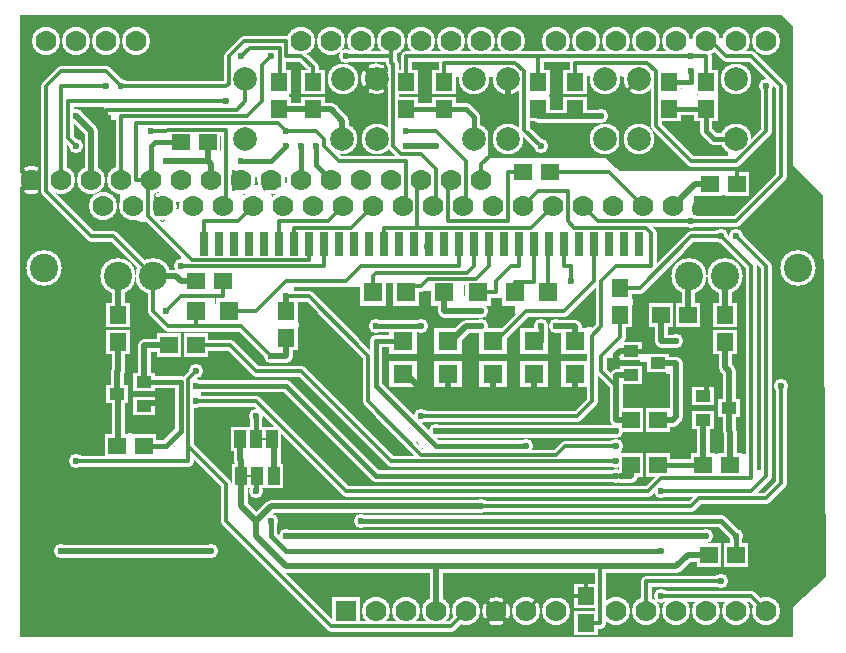
<source format=gbr>
G04 GERBER ASCII OUTPUT FROM: EDWINXP (VER. 1.61 REV. 20080915)*
G04 GERBER FORMAT: RX-274-X*
G04 BOARD: AMICUS_LCD_SHIELD*
G04 ARTWORK OF SOLD.LAYERPOSITIVE SUPERIMPOSED ON NEGATIVE*
%ASAXBY*%
%FSLAX23Y23*%
%MIA0B0*%
%MOIN*%
%OFA0.0000B0.0000*%
%SFA1B1*%
%IJA0B0*%
%INLAYER29NEGPOS*%
%IOA0B0*%
%IPPOS*%
%IR0*%
G04 APERTURE MACROS*
%AMEDWDONUT*
1,1,$1,$2,$3*
1,0,$4,$2,$3*
%
%AMEDWFRECT*
20,1,$1,$2,$3,$4,$5,$6*
%
%AMEDWORECT*
20,1,$1,$2,$3,$4,$5,$10*
20,1,$1,$4,$5,$6,$7,$10*
20,1,$1,$6,$7,$8,$9,$10*
20,1,$1,$8,$9,$2,$3,$10*
1,1,$1,$2,$3*
1,1,$1,$4,$5*
1,1,$1,$6,$7*
1,1,$1,$8,$9*
%
%AMEDWLINER*
20,1,$1,$2,$3,$4,$5,$6*
1,1,$1,$2,$3*
1,1,$1,$4,$5*
%
%AMEDWFTRNG*
4,1,3,$1,$2,$3,$4,$5,$6,$7,$8,$9*
%
%AMEDWATRNG*
4,1,3,$1,$2,$3,$4,$5,$6,$7,$8,$9*
20,1,$11,$1,$2,$3,$4,$10*
20,1,$11,$3,$4,$5,$6,$10*
20,1,$11,$5,$6,$7,$8,$10*
1,1,$11,$3,$4*
1,1,$11,$5,$6*
1,1,$11,$7,$8*
%
%AMEDWOTRNG*
20,1,$1,$2,$3,$4,$5,$8*
20,1,$1,$4,$5,$6,$7,$8*
20,1,$1,$6,$7,$2,$3,$8*
1,1,$1,$2,$3*
1,1,$1,$4,$5*
1,1,$1,$6,$7*
%
G04*
G04 APERTURE LIST*
%ADD10R,0.03937X0.08661*%
%ADD11R,0.06337X0.11061*%
%ADD12R,0.0315X0.07874*%
%ADD13R,0.0555X0.10274*%
%ADD14R,0.0580X0.0500*%
%ADD15R,0.0820X0.0740*%
%ADD16R,0.0480X0.0400*%
%ADD17R,0.0720X0.0640*%
%ADD18R,0.08268X0.05945*%
%ADD19R,0.10668X0.08345*%
%ADD20R,0.07874X0.05906*%
%ADD21R,0.10274X0.08306*%
%ADD22R,0.08268X0.10236*%
%ADD23R,0.10668X0.12636*%
%ADD24R,0.07874X0.09843*%
%ADD25R,0.10274X0.12243*%
%ADD26R,0.0700X0.0650*%
%ADD27R,0.0940X0.0890*%
%ADD28R,0.0600X0.0550*%
%ADD29R,0.0840X0.0790*%
%ADD30R,0.0650X0.0700*%
%ADD31R,0.0890X0.0940*%
%ADD32R,0.0550X0.0600*%
%ADD33R,0.0790X0.0840*%
%ADD34R,0.07087X0.06693*%
%ADD35R,0.10236X0.09843*%
%ADD36R,0.06299X0.05906*%
%ADD37R,0.09449X0.09055*%
%ADD38R,0.06693X0.07087*%
%ADD39R,0.09843X0.10236*%
%ADD40R,0.05906X0.06299*%
%ADD41R,0.09055X0.09449*%
%ADD42R,0.04724X0.06693*%
%ADD43R,0.07124X0.09093*%
%ADD44R,0.03937X0.05906*%
%ADD45R,0.06337X0.08306*%
%ADD46R,0.0860X0.0860*%
%ADD47R,0.1100X0.1100*%
%ADD48R,0.0700X0.0700*%
%ADD49R,0.0940X0.0940*%
%ADD50C,0.00039*%
%ADD52C,0.0010*%
%ADD54C,0.00118*%
%ADD56C,0.0020*%
%ADD57R,0.0020X0.0020*%
%ADD58C,0.00236*%
%ADD60C,0.0030*%
%ADD61R,0.0030X0.0030*%
%ADD62C,0.00394*%
%ADD64C,0.0040*%
%ADD65R,0.0040X0.0040*%
%ADD66C,0.00472*%
%ADD68C,0.0050*%
%ADD69R,0.0050X0.0050*%
%ADD70C,0.00512*%
%ADD71R,0.00512X0.00512*%
%ADD72C,0.00591*%
%ADD73R,0.00591X0.00591*%
%ADD74C,0.00659*%
%ADD75R,0.00659X0.00659*%
%ADD76C,0.00669*%
%ADD78C,0.00787*%
%ADD79R,0.00787X0.00787*%
%ADD80C,0.00799*%
%ADD82C,0.0080*%
%ADD84C,0.00886*%
%ADD85R,0.00886X0.00886*%
%ADD86C,0.00975*%
%ADD87R,0.00975X0.00975*%
%ADD88C,0.00984*%
%ADD89R,0.00984X0.00984*%
%ADD90C,0.0100*%
%ADD91R,0.0100X0.0100*%
%ADD92C,0.01181*%
%ADD94C,0.0120*%
%ADD96C,0.0130*%
%ADD97R,0.0130X0.0130*%
%ADD98C,0.0150*%
%ADD99R,0.0150X0.0150*%
%ADD100C,0.01575*%
%ADD102C,0.0160*%
%ADD103R,0.0160X0.0160*%
%ADD104C,0.01698*%
%ADD105R,0.01698X0.01698*%
%ADD106C,0.01797*%
%ADD107R,0.01797X0.01797*%
%ADD108C,0.01895*%
%ADD109R,0.01895X0.01895*%
%ADD110C,0.01969*%
%ADD111R,0.01969X0.01969*%
%ADD112C,0.01994*%
%ADD113R,0.01994X0.01994*%
%ADD114C,0.0200*%
%ADD116C,0.02092*%
%ADD117R,0.02092X0.02092*%
%ADD118C,0.02191*%
%ADD119R,0.02191X0.02191*%
%ADD120C,0.02289*%
%ADD121R,0.02289X0.02289*%
%ADD122C,0.02362*%
%ADD123R,0.02362X0.02362*%
%ADD124C,0.02387*%
%ADD125R,0.02387X0.02387*%
%ADD126C,0.0240*%
%ADD127R,0.0240X0.0240*%
%ADD128C,0.0240*%
%ADD129R,0.0240X0.0240*%
%ADD130C,0.02486*%
%ADD131R,0.02486X0.02486*%
%ADD132C,0.0250*%
%ADD133R,0.0250X0.0250*%
%ADD134C,0.02584*%
%ADD135R,0.02584X0.02584*%
%ADD136C,0.02636*%
%ADD138C,0.02683*%
%ADD139R,0.02683X0.02683*%
%ADD140C,0.02781*%
%ADD141R,0.02781X0.02781*%
%ADD142C,0.02794*%
%ADD144C,0.0288*%
%ADD145R,0.0288X0.0288*%
%ADD146C,0.0290*%
%ADD148C,0.02912*%
%ADD149R,0.02912X0.02912*%
%ADD150C,0.02978*%
%ADD151R,0.02978X0.02978*%
%ADD152C,0.02991*%
%ADD153R,0.02991X0.02991*%
%ADD154C,0.0300*%
%ADD155R,0.0300X0.0300*%
%ADD156C,0.03059*%
%ADD157R,0.03059X0.03059*%
%ADD158C,0.03069*%
%ADD159R,0.03069X0.03069*%
%ADD160C,0.03076*%
%ADD161R,0.03076X0.03076*%
%ADD162C,0.03175*%
%ADD163R,0.03175X0.03175*%
%ADD164C,0.03199*%
%ADD165R,0.03199X0.03199*%
%ADD166C,0.0320*%
%ADD167R,0.0320X0.0320*%
%ADD168C,0.03273*%
%ADD169R,0.03273X0.03273*%
%ADD170C,0.03372*%
%ADD171R,0.03372X0.03372*%
%ADD172C,0.03375*%
%ADD173R,0.03375X0.03375*%
%ADD174C,0.0347*%
%ADD175R,0.0347X0.0347*%
%ADD176C,0.0350*%
%ADD177R,0.0350X0.0350*%
%ADD178C,0.03569*%
%ADD179R,0.03569X0.03569*%
%ADD180C,0.03581*%
%ADD182C,0.0360*%
%ADD183R,0.0360X0.0360*%
%ADD184C,0.03667*%
%ADD185R,0.03667X0.03667*%
%ADD186C,0.0370*%
%ADD187R,0.0370X0.0370*%
%ADD188C,0.03765*%
%ADD189R,0.03765X0.03765*%
%ADD190C,0.03864*%
%ADD191R,0.03864X0.03864*%
%ADD192C,0.0390*%
%ADD193R,0.0390X0.0390*%
%ADD194C,0.03937*%
%ADD195R,0.03937X0.03937*%
%ADD196C,0.03962*%
%ADD197R,0.03962X0.03962*%
%ADD198C,0.0400*%
%ADD199R,0.0400X0.0400*%
%ADD200C,0.04061*%
%ADD201R,0.04061X0.04061*%
%ADD202C,0.04159*%
%ADD203R,0.04159X0.04159*%
%ADD204C,0.04173*%
%ADD205R,0.04173X0.04173*%
%ADD206C,0.04257*%
%ADD207R,0.04257X0.04257*%
%ADD208C,0.04356*%
%ADD209R,0.04356X0.04356*%
%ADD210C,0.0440*%
%ADD212C,0.04454*%
%ADD213R,0.04454X0.04454*%
%ADD214C,0.0450*%
%ADD215R,0.0450X0.0450*%
%ADD216C,0.04553*%
%ADD217R,0.04553X0.04553*%
%ADD218C,0.04651*%
%ADD219R,0.04651X0.04651*%
%ADD220C,0.0470*%
%ADD221R,0.0470X0.0470*%
%ADD222C,0.04724*%
%ADD223R,0.04724X0.04724*%
%ADD224C,0.04762*%
%ADD225R,0.04762X0.04762*%
%ADD226C,0.0490*%
%ADD227R,0.0490X0.0490*%
%ADD228C,0.0500*%
%ADD229R,0.0500X0.0500*%
%ADD230C,0.05118*%
%ADD231R,0.05118X0.05118*%
%ADD232C,0.0560*%
%ADD233R,0.0560X0.0560*%
%ADD234C,0.0570*%
%ADD235R,0.0570X0.0570*%
%ADD236C,0.0590*%
%ADD237R,0.0590X0.0590*%
%ADD238C,0.05906*%
%ADD239R,0.05906X0.05906*%
%ADD240C,0.05945*%
%ADD241R,0.05945X0.05945*%
%ADD242C,0.0600*%
%ADD243R,0.0600X0.0600*%
%ADD244C,0.0620*%
%ADD246C,0.06201*%
%ADD248C,0.06299*%
%ADD249R,0.06299X0.06299*%
%ADD250C,0.06337*%
%ADD251R,0.06337X0.06337*%
%ADD252C,0.0650*%
%ADD253R,0.0650X0.0650*%
%ADD254C,0.06693*%
%ADD255R,0.06693X0.06693*%
%ADD256C,0.0690*%
%ADD257R,0.0690X0.0690*%
%ADD258C,0.06906*%
%ADD259R,0.06906X0.06906*%
%ADD260C,0.0700*%
%ADD261R,0.0700X0.0700*%
%ADD262C,0.0710*%
%ADD263R,0.0710X0.0710*%
%ADD264C,0.07124*%
%ADD265R,0.07124X0.07124*%
%ADD266C,0.0740*%
%ADD267R,0.0740X0.0740*%
%ADD268C,0.0750*%
%ADD269R,0.0750X0.0750*%
%ADD270C,0.07598*%
%ADD272C,0.0760*%
%ADD274C,0.07874*%
%ADD275R,0.07874X0.07874*%
%ADD276C,0.0800*%
%ADD277R,0.0800X0.0800*%
%ADD278C,0.0810*%
%ADD279R,0.0810X0.0810*%
%ADD280C,0.08268*%
%ADD281R,0.08268X0.08268*%
%ADD282C,0.08306*%
%ADD283R,0.08306X0.08306*%
%ADD284C,0.08345*%
%ADD285R,0.08345X0.08345*%
%ADD286C,0.0840*%
%ADD287R,0.0840X0.0840*%
%ADD288C,0.08598*%
%ADD290C,0.0860*%
%ADD291R,0.0860X0.0860*%
%ADD292C,0.08601*%
%ADD294C,0.0870*%
%ADD295R,0.0870X0.0870*%
%ADD296C,0.0890*%
%ADD297R,0.0890X0.0890*%
%ADD298C,0.0900*%
%ADD299R,0.0900X0.0900*%
%ADD300C,0.09093*%
%ADD301R,0.09093X0.09093*%
%ADD302C,0.0940*%
%ADD303R,0.0940X0.0940*%
%ADD304C,0.09449*%
%ADD306C,0.0970*%
%ADD307R,0.0970X0.0970*%
%ADD308C,0.09843*%
%ADD309R,0.09843X0.09843*%
%ADD310C,0.0990*%
%ADD311R,0.0990X0.0990*%
%ADD312C,0.09998*%
%ADD314C,0.1000*%
%ADD315R,0.1000X0.1000*%
%ADD316C,0.10236*%
%ADD317R,0.10236X0.10236*%
%ADD318C,0.10274*%
%ADD319R,0.10274X0.10274*%
%ADD320C,0.1040*%
%ADD321R,0.1040X0.1040*%
%ADD322C,0.10668*%
%ADD323R,0.10668X0.10668*%
%ADD324C,0.10998*%
%ADD326C,0.1100*%
%ADD327R,0.1100X0.1100*%
%ADD328C,0.1110*%
%ADD329R,0.1110X0.1110*%
%ADD330C,0.1120*%
%ADD331R,0.1120X0.1120*%
%ADD332C,0.1140*%
%ADD333R,0.1140X0.1140*%
%ADD334C,0.1150*%
%ADD335R,0.1150X0.1150*%
%ADD336C,0.11849*%
%ADD338C,0.1200*%
%ADD339R,0.1200X0.1200*%
%ADD340C,0.1210*%
%ADD341R,0.1210X0.1210*%
%ADD342C,0.12243*%
%ADD343R,0.12243X0.12243*%
%ADD344C,0.1240*%
%ADD345R,0.1240X0.1240*%
%ADD346C,0.1250*%
%ADD347R,0.1250X0.1250*%
%ADD348C,0.12636*%
%ADD349R,0.12636X0.12636*%
%ADD350C,0.12992*%
%ADD351R,0.12992X0.12992*%
%ADD352C,0.1300*%
%ADD353R,0.1300X0.1300*%
%ADD354C,0.1340*%
%ADD355R,0.1340X0.1340*%
%ADD356C,0.1390*%
%ADD357R,0.1390X0.1390*%
%ADD358C,0.1420*%
%ADD359R,0.1420X0.1420*%
%ADD360C,0.1440*%
%ADD361R,0.1440X0.1440*%
%ADD362C,0.1490*%
%ADD363R,0.1490X0.1490*%
%ADD364C,0.1520*%
%ADD365R,0.1520X0.1520*%
%ADD366C,0.15374*%
%ADD367R,0.15374X0.15374*%
%ADD368C,0.1540*%
%ADD369R,0.1540X0.1540*%
%ADD370C,0.1660*%
%ADD371R,0.1660X0.1660*%
%ADD372C,0.17323*%
%ADD374C,0.1760*%
%ADD375R,0.1760X0.1760*%
%ADD376C,0.17774*%
%ADD377R,0.17774X0.17774*%
%ADD378C,0.18504*%
%ADD380C,0.18898*%
%ADD382C,0.20904*%
%ADD384C,0.2126*%
%ADD386C,0.21298*%
%ADD388C,0.22835*%
%ADD391R,0.23622X0.23622*%
%ADD393R,0.24937X0.24937*%
%ADD395R,0.26022X0.26022*%
%ADD397R,0.27337X0.27337*%
%ADD399R,0.31496X0.31496*%
%ADD401R,0.32811X0.32811*%
%ADD403R,0.33896X0.33896*%
%ADD405R,0.35211X0.35211*%
%ADD406C,0.45211*%
%ADD407R,0.45211X0.45211*%
%ADD408C,0.55211*%
%ADD409R,0.55211X0.55211*%
%ADD410C,0.65211*%
%ADD411R,0.65211X0.65211*%
%ADD412C,0.75211*%
%ADD413R,0.75211X0.75211*%
%ADD414C,0.85211*%
%ADD415R,0.85211X0.85211*%
%ADD416C,0.95211*%
%ADD417R,0.95211X0.95211*%
%ADD418C,1.05211*%
%ADD419R,1.05211X1.05211*%
%ADD420C,1.15211*%
%ADD421R,1.15211X1.15211*%
%ADD422C,1.25211*%
%ADD423R,1.25211X1.25211*%
%ADD424C,1.35211*%
%ADD425R,1.35211X1.35211*%
%ADD426C,1.45211*%
%ADD427R,1.45211X1.45211*%
%ADD428C,1.55211*%
%ADD429R,1.55211X1.55211*%
%ADD430C,1.65211*%
%ADD431R,1.65211X1.65211*%
%ADD432C,1.75211*%
%ADD433R,1.75211X1.75211*%
%ADD434C,1.85211*%
%ADD435R,1.85211X1.85211*%
%ADD436C,1.95211*%
%ADD437R,1.95211X1.95211*%
G04*
%LNLLAYER29CPOURD*%
%LPD*%
G36*
X1600Y100D02*
X1550Y13D01*
X13Y13D01*
X13Y2088D01*
X2550Y2088D01*
X2588Y2050D01*
X2588Y1588D01*
X2688Y1488D01*
X2700Y213D01*
X2588Y113D01*
X2588Y13D01*
X1613Y13D01*
X1600Y100D01*
G37*
G36*
X1600Y100D02*
X1488Y13D01*
X1688Y13D01*
X1600Y100D01*
G37*
%LNLLAYER29CRELIEVEC*%
%LPC*%
G36*
X501Y1678D02*
X501Y1686D01*
X510Y1686D01*
X510Y1678D01*
X501Y1678D01*
G37*
G36*
X857Y1044D02*
X857Y1065D01*
X885Y1065D01*
X885Y1044D01*
X857Y1044D01*
G37*
G36*
X878Y1044D02*
X878Y1065D01*
X910Y1065D01*
X910Y1044D01*
X878Y1044D01*
G37*
G36*
X902Y1044D02*
X902Y1065D01*
X935Y1065D01*
X935Y1044D01*
X902Y1044D01*
G37*
D105*
X937Y1053D02*D03*
G36*
X1988Y1212D02*
X1988Y1229D01*
X2033Y1229D01*
X2033Y1212D01*
X1988Y1212D01*
G37*
G36*
X1998Y1222D02*
X1998Y1239D01*
X2033Y1239D01*
X2033Y1222D01*
X1998Y1222D01*
G37*
G36*
X2025Y1212D02*
X2025Y1241D01*
X2055Y1241D01*
X2055Y1212D01*
X2025Y1212D01*
G37*
G36*
X2044Y1203D02*
X2044Y1220D01*
X2080Y1220D01*
X2080Y1203D01*
X2044Y1203D01*
G37*
G36*
X2048Y1212D02*
X2048Y1241D01*
X2080Y1241D01*
X2080Y1212D01*
X2048Y1212D01*
G37*
G36*
X2073Y1201D02*
X2073Y1240D01*
X2091Y1240D01*
X2091Y1201D01*
X2073Y1201D01*
G37*
G36*
X2084Y1210D02*
X2084Y1240D01*
X2101Y1240D01*
X2101Y1210D01*
X2084Y1210D01*
G37*
X2102Y1228D02*D03*
G36*
X2044Y1188D02*
X2044Y1210D01*
X2078Y1210D01*
X2078Y1188D01*
X2044Y1188D01*
G37*
G36*
X1960Y1165D02*
X1960Y1200D01*
X1980Y1200D01*
X1980Y1165D01*
X1960Y1165D01*
G37*
G36*
X1960Y1143D02*
X1960Y1171D01*
X1980Y1171D01*
X1980Y1143D01*
X1960Y1143D01*
G37*
G36*
X1960Y1133D02*
X1960Y1150D01*
X1979Y1150D01*
X1979Y1133D01*
X1960Y1133D01*
G37*
G36*
X1960Y1108D02*
X1960Y1139D01*
X1980Y1139D01*
X1980Y1108D01*
X1960Y1108D01*
G37*
D107*
X1982Y1131D02*D03*
G36*
X1984Y1122D02*
X1984Y1143D01*
X2015Y1143D01*
X2015Y1122D01*
X1984Y1122D01*
G37*
G36*
X2008Y1122D02*
X2008Y1143D01*
X2042Y1143D01*
X2042Y1122D01*
X2008Y1122D01*
G37*
D113*
X2045Y1132D02*D03*
G36*
X1960Y1075D02*
X1960Y1114D01*
X1980Y1114D01*
X1980Y1075D01*
X1960Y1075D01*
G37*
G36*
X1960Y1059D02*
X1960Y1081D01*
X1980Y1081D01*
X1980Y1059D01*
X1960Y1059D01*
G37*
X1969Y1056D02*D03*
D107*
X2279Y1566D02*D03*
X2289Y1566D02*D03*
X2300Y1566D02*D03*
G36*
X2302Y1557D02*
X2302Y1576D01*
X2331Y1576D01*
X2331Y1557D01*
X2302Y1557D01*
G37*
G36*
X2324Y1557D02*
X2324Y1576D01*
X2353Y1576D01*
X2353Y1557D01*
X2324Y1557D01*
G37*
G36*
X2347Y1529D02*
X2347Y1574D01*
X2368Y1574D01*
X2368Y1529D01*
X2347Y1529D01*
G37*
G36*
X2361Y1557D02*
X2361Y1576D01*
X2398Y1576D01*
X2398Y1557D01*
X2361Y1557D01*
G37*
G36*
X2347Y1508D02*
X2347Y1536D01*
X2368Y1536D01*
X2368Y1508D01*
X2347Y1508D01*
G37*
G36*
X2347Y1488D02*
X2347Y1514D01*
X2368Y1514D01*
X2368Y1488D01*
X2347Y1488D01*
G37*
G36*
X2252Y1483D02*
X2252Y1500D01*
X2277Y1500D01*
X2277Y1483D01*
X2252Y1483D01*
G37*
G36*
X2214Y1410D02*
X2214Y1427D01*
X2238Y1427D01*
X2238Y1410D01*
X2214Y1410D01*
G37*
D105*
X2230Y1429D02*D03*
X2234Y1438D02*D03*
X2235Y1448D02*D03*
D117*
X2236Y1460D02*D03*
G36*
X2232Y1463D02*
X2232Y1480D01*
X2250Y1480D01*
X2250Y1463D01*
X2232Y1463D01*
G37*
G36*
X2231Y1413D02*
X2231Y1436D01*
X2248Y1436D01*
X2248Y1413D01*
X2231Y1413D01*
G37*
G36*
X2235Y1429D02*
X2235Y1446D01*
X2253Y1446D01*
X2253Y1429D01*
X2235Y1429D01*
G37*
D105*
X2245Y1447D02*D03*
X2250Y1424D02*D03*
D107*
X2248Y1458D02*D03*
D105*
X2251Y1468D02*D03*
X2251Y1478D02*D03*
G36*
X2371Y1610D02*
X2371Y1634D01*
X2399Y1634D01*
X2399Y1610D01*
X2371Y1610D01*
G37*
G36*
X2141Y1807D02*
X2141Y1828D01*
X2181Y1828D01*
X2181Y1807D01*
X2141Y1807D01*
G37*
G36*
X2174Y1807D02*
X2174Y1828D01*
X2198Y1828D01*
X2198Y1807D01*
X2174Y1807D01*
G37*
G36*
X2191Y1807D02*
X2191Y1828D01*
X2217Y1828D01*
X2217Y1807D01*
X2191Y1807D01*
G37*
G36*
X2207Y1796D02*
X2207Y1814D01*
X2231Y1814D01*
X2231Y1796D01*
X2207Y1796D01*
G37*
D119*
X2220Y1818D02*D03*
D113*
X2217Y1832D02*D03*
D139*
X2238Y1819D02*D03*
G36*
X2219Y1826D02*
X2219Y1851D01*
X2251Y1851D01*
X2251Y1826D01*
X2219Y1826D01*
G37*
G36*
X2244Y1810D02*
X2244Y1850D01*
X2268Y1850D01*
X2268Y1810D01*
X2244Y1810D01*
G37*
G36*
X2231Y1793D02*
X2231Y1813D01*
X2267Y1813D01*
X2267Y1793D01*
X2231Y1793D01*
G37*
D105*
X2269Y1815D02*D03*
G36*
X2207Y1784D02*
X2207Y1803D01*
X2237Y1803D01*
X2237Y1784D01*
X2207Y1784D01*
G37*
G36*
X2271Y1807D02*
X2271Y1828D01*
X2293Y1828D01*
X2293Y1807D01*
X2271Y1807D01*
G37*
G36*
X2286Y1807D02*
X2286Y1828D01*
X2321Y1828D01*
X2321Y1807D01*
X2286Y1807D01*
G37*
G36*
X2314Y1807D02*
X2314Y1828D01*
X2339Y1828D01*
X2339Y1807D01*
X2314Y1807D01*
G37*
X2355Y1987D02*D03*
D121*
X2350Y2000D02*D03*
D105*
X2264Y1969D02*D03*
X2237Y1970D02*D03*
G36*
X2238Y1965D02*
X2238Y1990D01*
X2262Y1990D01*
X2262Y1965D01*
X2238Y1965D01*
G37*
G36*
X2237Y1983D02*
X2237Y2000D01*
X2262Y2000D01*
X2262Y1983D01*
X2237Y1983D01*
G37*
X2247Y2001D02*D03*
G36*
X1872Y1897D02*
X1872Y1920D01*
X1901Y1920D01*
X1901Y1897D01*
X1872Y1897D01*
G37*
G36*
X1895Y1885D02*
X1895Y1919D01*
X1921Y1919D01*
X1921Y1885D01*
X1895Y1885D01*
G37*
G36*
X1914Y1899D02*
X1914Y1919D01*
X1931Y1919D01*
X1931Y1899D01*
X1914Y1899D01*
G37*
D119*
X2014Y1893D02*D03*
G36*
X1996Y1897D02*
X1996Y1920D01*
X2025Y1920D01*
X2025Y1897D01*
X1996Y1897D01*
G37*
G36*
X2018Y1881D02*
X2018Y1919D01*
X2035Y1919D01*
X2035Y1881D01*
X2018Y1881D01*
G37*
G36*
X2027Y1899D02*
X2027Y1919D01*
X2044Y1919D01*
X2044Y1899D01*
X2027Y1899D01*
G37*
D109*
X1708Y1913D02*D03*
G36*
X1689Y1914D02*
X1689Y1940D01*
X1706Y1940D01*
X1706Y1914D01*
X1689Y1914D01*
G37*
X1708Y1925D02*D03*
G36*
X1679Y1924D02*
X1679Y1940D01*
X1696Y1940D01*
X1696Y1924D01*
X1679Y1924D01*
G37*
G36*
X1711Y1899D02*
X1711Y1940D01*
X1727Y1940D01*
X1727Y1899D01*
X1711Y1899D01*
G37*
G36*
X1703Y1807D02*
X1703Y1828D01*
X1741Y1828D01*
X1741Y1807D01*
X1703Y1807D01*
G37*
G36*
X1734Y1807D02*
X1734Y1828D01*
X1758Y1828D01*
X1758Y1807D01*
X1734Y1807D01*
G37*
G36*
X1751Y1807D02*
X1751Y1828D01*
X1775Y1828D01*
X1775Y1807D01*
X1751Y1807D01*
G37*
G36*
X1434Y1897D02*
X1434Y1920D01*
X1466Y1920D01*
X1466Y1897D01*
X1434Y1897D01*
G37*
G36*
X1457Y1881D02*
X1457Y1903D01*
X1483Y1903D01*
X1483Y1881D01*
X1457Y1881D01*
G37*
G36*
X1459Y1896D02*
X1459Y1920D01*
X1490Y1920D01*
X1490Y1896D01*
X1459Y1896D01*
G37*
D121*
X1578Y1891D02*D03*
G36*
X1559Y1896D02*
X1559Y1920D01*
X1590Y1920D01*
X1590Y1896D01*
X1559Y1896D01*
G37*
G36*
X1583Y1887D02*
X1583Y1919D01*
X1600Y1919D01*
X1600Y1887D01*
X1583Y1887D01*
G37*
D105*
X1601Y1911D02*D03*
G36*
X664Y1771D02*
X664Y1790D01*
X692Y1790D01*
X692Y1771D01*
X664Y1771D01*
G37*
G36*
X632Y1771D02*
X632Y1790D01*
X670Y1790D01*
X670Y1771D01*
X632Y1771D01*
G37*
G36*
X616Y1771D02*
X616Y1790D01*
X638Y1790D01*
X638Y1771D01*
X616Y1771D01*
G37*
G36*
X596Y1771D02*
X596Y1790D01*
X622Y1790D01*
X622Y1771D01*
X596Y1771D01*
G37*
G36*
X576Y1771D02*
X576Y1790D01*
X602Y1790D01*
X602Y1771D01*
X576Y1771D01*
G37*
G36*
X546Y1771D02*
X546Y1790D01*
X582Y1790D01*
X582Y1771D01*
X546Y1771D01*
G37*
G36*
X522Y1771D02*
X522Y1790D01*
X552Y1790D01*
X552Y1771D01*
X522Y1771D01*
G37*
G36*
X501Y1771D02*
X501Y1790D01*
X528Y1790D01*
X528Y1771D01*
X501Y1771D01*
G37*
G36*
X481Y1771D02*
X481Y1790D01*
X507Y1790D01*
X507Y1771D01*
X481Y1771D01*
G37*
G36*
X460Y1771D02*
X460Y1790D01*
X487Y1790D01*
X487Y1771D01*
X460Y1771D01*
G37*
G36*
X440Y1771D02*
X440Y1790D01*
X466Y1790D01*
X466Y1771D01*
X440Y1771D01*
G37*
G36*
X416Y1771D02*
X416Y1790D01*
X446Y1790D01*
X446Y1771D01*
X416Y1771D01*
G37*
G36*
X395Y1771D02*
X395Y1790D01*
X422Y1790D01*
X422Y1771D01*
X395Y1771D01*
G37*
G36*
X370Y1771D02*
X370Y1790D01*
X401Y1790D01*
X401Y1771D01*
X370Y1771D01*
G37*
G36*
X357Y1771D02*
X357Y1789D01*
X377Y1789D01*
X377Y1771D01*
X357Y1771D01*
G37*
G36*
X336Y1771D02*
X336Y1790D01*
X363Y1790D01*
X363Y1771D01*
X336Y1771D01*
G37*
G36*
X318Y1758D02*
X318Y1775D01*
X350Y1775D01*
X350Y1758D01*
X318Y1758D01*
G37*
G36*
X318Y1771D02*
X318Y1790D01*
X343Y1790D01*
X343Y1771D01*
X318Y1771D01*
G37*
G36*
X297Y1756D02*
X297Y1775D01*
X324Y1775D01*
X324Y1756D01*
X297Y1756D01*
G37*
G36*
X293Y1771D02*
X293Y1790D01*
X324Y1790D01*
X324Y1771D01*
X293Y1771D01*
G37*
G36*
X410Y1476D02*
X410Y1508D01*
X427Y1508D01*
X427Y1476D01*
X410Y1476D01*
G37*
G36*
X400Y1483D02*
X400Y1508D01*
X417Y1508D01*
X417Y1483D01*
X400Y1483D01*
G37*
G36*
X388Y1487D02*
X388Y1508D01*
X408Y1508D01*
X408Y1487D01*
X388Y1487D01*
G37*
G36*
X382Y1501D02*
X382Y1521D01*
X417Y1521D01*
X417Y1501D01*
X382Y1501D01*
G37*
G36*
X363Y1485D02*
X363Y1503D01*
X380Y1503D01*
X380Y1485D01*
X363Y1485D01*
G37*
G36*
X373Y1488D02*
X373Y1508D01*
X394Y1508D01*
X394Y1488D01*
X373Y1488D01*
G37*
G36*
X345Y1473D02*
X345Y1498D01*
X362Y1498D01*
X362Y1473D01*
X345Y1473D01*
G37*
G36*
X411Y1407D02*
X411Y1423D01*
X428Y1423D01*
X428Y1407D01*
X411Y1407D01*
G37*
G36*
X401Y1400D02*
X401Y1416D01*
X418Y1416D01*
X418Y1400D01*
X401Y1400D01*
G37*
G36*
X411Y1398D02*
X411Y1414D01*
X431Y1414D01*
X431Y1398D01*
X411Y1398D01*
G37*
G36*
X315Y1739D02*
X315Y1762D01*
X339Y1762D01*
X339Y1739D01*
X315Y1739D01*
G37*
G36*
X548Y1265D02*
X548Y1281D01*
X565Y1281D01*
X565Y1265D01*
X548Y1265D01*
G37*
G36*
X584Y814D02*
X584Y835D01*
X602Y835D01*
X602Y814D01*
X584Y814D01*
G37*
D109*
X606Y823D02*D03*
G36*
X370Y610D02*
X370Y646D01*
X391Y646D01*
X391Y610D01*
X370Y610D01*
G37*
G36*
X370Y639D02*
X370Y664D01*
X391Y664D01*
X391Y639D01*
X370Y639D01*
G37*
G36*
X370Y657D02*
X370Y685D01*
X391Y685D01*
X391Y657D01*
X370Y657D01*
G37*
D105*
X378Y687D02*D03*
G36*
X460Y610D02*
X460Y638D01*
X492Y638D01*
X492Y610D01*
X460Y610D01*
G37*
D135*
X498Y623D02*D03*
D139*
X517Y624D02*D03*
G36*
X509Y630D02*
X509Y647D01*
X531Y647D01*
X531Y630D01*
X509Y630D01*
G37*
D171*
X540Y627D02*D03*
D121*
X538Y648D02*D03*
G36*
X542Y637D02*
X542Y660D01*
X564Y660D01*
X564Y637D01*
X542Y637D01*
G37*
G36*
X533Y652D02*
X533Y670D01*
X563Y670D01*
X563Y652D01*
X533Y652D01*
G37*
G36*
X542Y663D02*
X542Y680D01*
X563Y680D01*
X563Y663D01*
X542Y663D01*
G37*
D141*
X1202Y807D02*D03*
D117*
X1191Y824D02*D03*
G36*
X1205Y776D02*
X1205Y799D01*
X1236Y799D01*
X1236Y776D01*
X1205Y776D01*
G37*
D107*
X1218Y801D02*D03*
G36*
X1223Y758D02*
X1223Y783D01*
X1253Y783D01*
X1253Y758D01*
X1223Y758D01*
G37*
D131*
X1258Y748D02*D03*
G36*
X1236Y745D02*
X1236Y764D01*
X1253Y764D01*
X1253Y745D01*
X1236Y745D01*
G37*
D109*
X1255Y762D02*D03*
G36*
X1263Y718D02*
X1263Y741D01*
X1288Y741D01*
X1288Y718D01*
X1263Y718D01*
G37*
G36*
X1264Y734D02*
X1264Y753D01*
X1284Y753D01*
X1284Y734D01*
X1264Y734D01*
G37*
D139*
X1297Y711D02*D03*
D105*
X1282Y716D02*D03*
G36*
X1280Y717D02*
X1280Y736D01*
X1300Y736D01*
X1300Y717D01*
X1280Y717D01*
G37*
D107*
X1318Y681D02*D03*
G36*
X1299Y682D02*
X1299Y704D01*
X1316Y704D01*
X1316Y682D01*
X1299Y682D01*
G37*
X1318Y692D02*D03*
D105*
X1317Y702D02*D03*
D131*
X1333Y673D02*D03*
G36*
X1320Y678D02*
X1320Y697D01*
X1340Y697D01*
X1340Y678D01*
X1320Y678D01*
G37*
X1352Y654D02*D03*
G36*
X1338Y659D02*
X1338Y678D01*
X1358Y678D01*
X1358Y659D01*
X1338Y659D01*
G37*
G36*
X1357Y633D02*
X1357Y656D01*
X1381Y656D01*
X1381Y633D01*
X1357Y633D01*
G37*
G36*
X830Y1807D02*
X830Y1828D01*
X871Y1828D01*
X871Y1807D01*
X830Y1807D01*
G37*
G36*
X864Y1807D02*
X864Y1828D01*
X897Y1828D01*
X897Y1807D01*
X864Y1807D01*
G37*
D117*
X900Y1817D02*D03*
G36*
X1337Y1200D02*
X1337Y1220D01*
X1354Y1220D01*
X1354Y1200D01*
X1337Y1200D01*
G37*
G36*
X1317Y1203D02*
X1317Y1221D01*
X1344Y1221D01*
X1344Y1203D01*
X1317Y1203D01*
G37*
G36*
X1284Y1203D02*
X1284Y1221D01*
X1323Y1221D01*
X1323Y1203D01*
X1284Y1203D01*
G37*
G36*
X1265Y1203D02*
X1265Y1221D01*
X1290Y1221D01*
X1290Y1203D01*
X1265Y1203D01*
G37*
G36*
X1233Y1194D02*
X1233Y1221D01*
X1261Y1221D01*
X1261Y1194D01*
X1233Y1194D01*
G37*
G36*
X1254Y1203D02*
X1254Y1220D01*
X1272Y1220D01*
X1272Y1203D01*
X1254Y1203D01*
G37*
G36*
X1199Y1203D02*
X1199Y1220D01*
X1239Y1220D01*
X1239Y1203D01*
X1199Y1203D01*
G37*
G36*
X1147Y1203D02*
X1147Y1237D01*
X1178Y1237D01*
X1178Y1203D01*
X1147Y1203D01*
G37*
G36*
X1123Y1195D02*
X1123Y1214D01*
X1151Y1214D01*
X1151Y1195D01*
X1123Y1195D01*
G37*
G36*
X1132Y1207D02*
X1132Y1224D01*
X1153Y1224D01*
X1153Y1207D01*
X1132Y1207D01*
G37*
G36*
X1107Y1182D02*
X1107Y1199D01*
X1150Y1199D01*
X1150Y1182D01*
X1107Y1182D01*
G37*
G36*
X1359Y1169D02*
X1359Y1186D01*
X1389Y1186D01*
X1389Y1169D01*
X1359Y1169D01*
G37*
G36*
X1369Y1179D02*
X1369Y1196D01*
X1389Y1196D01*
X1389Y1179D01*
X1369Y1179D01*
G37*
G36*
X1605Y1143D02*
X1605Y1160D01*
X1624Y1160D01*
X1624Y1143D01*
X1605Y1143D01*
G37*
G36*
X1664Y1090D02*
X1664Y1122D01*
X1681Y1122D01*
X1681Y1090D01*
X1664Y1090D01*
G37*
G36*
X1674Y1100D02*
X1674Y1122D01*
X1691Y1122D01*
X1691Y1100D01*
X1674Y1100D01*
G37*
D109*
X915Y1170D02*D03*
G36*
X891Y1165D02*
X891Y1182D01*
X912Y1182D01*
X912Y1165D01*
X891Y1165D01*
G37*
G36*
X904Y1172D02*
X904Y1191D01*
X924Y1191D01*
X924Y1172D01*
X904Y1172D01*
G37*
G36*
X1943Y1017D02*
X1943Y1034D01*
X1982Y1034D01*
X1982Y1017D01*
X1943Y1017D01*
G37*
G36*
X1953Y1026D02*
X1953Y1043D01*
X1982Y1043D01*
X1982Y1026D01*
X1953Y1026D01*
G37*
G36*
X1959Y1036D02*
X1959Y1053D01*
X1982Y1053D01*
X1982Y1036D01*
X1959Y1036D01*
G37*
D131*
X1988Y1027D02*D03*
G36*
X1975Y1032D02*
X1975Y1053D01*
X2000Y1053D01*
X2000Y1032D01*
X1975Y1032D01*
G37*
D145*
X1967Y1009D02*D03*
G36*
X1974Y1001D02*
X1974Y1021D01*
X1991Y1021D01*
X1991Y1001D01*
X1974Y1001D01*
G37*
G36*
X1932Y988D02*
X1932Y1022D01*
X1960Y1022D01*
X1960Y988D01*
X1932Y988D01*
G37*
G36*
X1928Y975D02*
X1928Y995D01*
X1961Y995D01*
X1961Y975D01*
X1928Y975D01*
G37*
G36*
X1932Y963D02*
X1932Y982D01*
X1953Y982D01*
X1953Y963D01*
X1932Y963D01*
G37*
G36*
X1954Y980D02*
X1954Y1001D01*
X1971Y1001D01*
X1971Y980D01*
X1954Y980D01*
G37*
G36*
X1928Y954D02*
X1928Y970D01*
X1945Y970D01*
X1945Y954D01*
X1928Y954D01*
G37*
G36*
X1902Y1028D02*
X1902Y1049D01*
X1919Y1049D01*
X1919Y1028D01*
X1902Y1028D01*
G37*
G36*
X2166Y892D02*
X2166Y913D01*
X2186Y913D01*
X2186Y892D01*
X2166Y892D01*
G37*
G36*
X2079Y932D02*
X2079Y967D01*
X2109Y967D01*
X2109Y932D01*
X2079Y932D01*
G37*
G36*
X1984Y954D02*
X1984Y975D01*
X2001Y975D01*
X2001Y954D01*
X1984Y954D01*
G37*
G36*
X1994Y963D02*
X1994Y984D01*
X2011Y984D01*
X2011Y963D01*
X1994Y963D01*
G37*
G36*
X2004Y969D02*
X2004Y994D01*
X2022Y994D01*
X2022Y969D01*
X2004Y969D01*
G37*
G36*
X1970Y945D02*
X1970Y962D01*
X1990Y962D01*
X1990Y945D01*
X1970Y945D01*
G37*
G36*
X2002Y943D02*
X2002Y960D01*
X2021Y960D01*
X2021Y943D01*
X2002Y943D01*
G37*
G36*
X2322Y554D02*
X2322Y594D01*
X2343Y594D01*
X2343Y554D01*
X2322Y554D01*
G37*
G36*
X2322Y586D02*
X2322Y613D01*
X2343Y613D01*
X2343Y586D01*
X2322Y586D01*
G37*
D109*
X2331Y616D02*D03*
G36*
X2412Y554D02*
X2412Y586D01*
X2440Y586D01*
X2440Y554D01*
X2412Y554D01*
G37*
D121*
X2424Y590D02*D03*
G36*
X2412Y594D02*
X2412Y626D01*
X2440Y626D01*
X2440Y594D01*
X2412Y594D01*
G37*
G36*
X2460Y535D02*
X2460Y572D01*
X2477Y572D01*
X2477Y535D01*
X2460Y535D01*
G37*
G36*
X2469Y545D02*
X2469Y572D01*
X2486Y572D01*
X2486Y545D01*
X2469Y545D01*
G37*
G36*
X1004Y1401D02*
X1004Y1427D01*
X1016Y1439D01*
X1016Y1455D01*
X1012Y1459D01*
X1004Y1470D01*
X988Y1482D01*
X961Y1490D01*
X961Y1506D01*
X972Y1518D01*
X972Y1522D01*
X976Y1533D01*
X976Y1545D01*
X886Y1549D01*
X882Y1553D01*
X866Y1561D01*
X697Y1573D01*
X697Y1589D01*
X701Y1600D01*
X697Y1612D01*
X697Y1652D01*
X791Y1656D01*
X791Y1671D01*
X791Y1687D01*
X783Y1695D01*
X783Y1723D01*
X797Y1721D01*
X868Y1721D01*
X880Y1709D01*
X884Y1697D01*
X896Y1689D01*
X1002Y1689D01*
X1006Y1571D01*
X1010Y1567D01*
X1014Y1532D01*
X1018Y1520D01*
X1030Y1508D01*
X1033Y1508D01*
X1041Y1504D01*
X1073Y1504D01*
X1071Y1490D01*
X1071Y1478D01*
X1059Y1467D01*
X1059Y1459D01*
X1055Y1447D01*
X1055Y1423D01*
X1043Y1411D01*
X1043Y1399D01*
X1030Y1401D01*
X1004Y1401D01*
G37*
G36*
X779Y1547D02*
X772Y1561D01*
X764Y1565D01*
X764Y1585D01*
X787Y1589D01*
X787Y1597D01*
X801Y1595D01*
X813Y1595D01*
X829Y1591D01*
X827Y1577D01*
X827Y1565D01*
X823Y1561D01*
X811Y1553D01*
X811Y1545D01*
X797Y1547D01*
X779Y1547D01*
G37*
G36*
X697Y1685D02*
X697Y1711D01*
X701Y1723D01*
X715Y1721D01*
X734Y1721D01*
X732Y1707D01*
X732Y1695D01*
X728Y1683D01*
X715Y1685D01*
X697Y1685D01*
G37*
G36*
X626Y1358D02*
X626Y1384D01*
X728Y1388D01*
X752Y1411D01*
X795Y1415D01*
X795Y1419D01*
X807Y1431D01*
X807Y1435D01*
X815Y1447D01*
X815Y1459D01*
X787Y1486D01*
X768Y1490D01*
X764Y1494D01*
X764Y1510D01*
X779Y1514D01*
X779Y1522D01*
X793Y1520D01*
X817Y1520D01*
X821Y1508D01*
X833Y1496D01*
X841Y1496D01*
X852Y1488D01*
X856Y1433D01*
X868Y1421D01*
X876Y1421D01*
X874Y1407D01*
X874Y1396D01*
X870Y1384D01*
X870Y1368D01*
X858Y1364D01*
X858Y1356D01*
X844Y1358D01*
X781Y1358D01*
X626Y1358D01*
G37*
G36*
X705Y1401D02*
X705Y1427D01*
X716Y1439D01*
X716Y1459D01*
X701Y1474D01*
X701Y1502D01*
X715Y1500D01*
X726Y1500D01*
X734Y1496D01*
X746Y1492D01*
X750Y1492D01*
X762Y1488D01*
X760Y1474D01*
X760Y1463D01*
X756Y1451D01*
X756Y1419D01*
X744Y1407D01*
X744Y1399D01*
X730Y1401D01*
X705Y1401D01*
G37*
G36*
X909Y1398D02*
X905Y1411D01*
X905Y1427D01*
X909Y1435D01*
X913Y1447D01*
X913Y1459D01*
X905Y1467D01*
X901Y1478D01*
X870Y1486D01*
X866Y1490D01*
X866Y1510D01*
X882Y1514D01*
X886Y1530D01*
X900Y1528D01*
X911Y1528D01*
X939Y1500D01*
X947Y1504D01*
X971Y1504D01*
X969Y1490D01*
X969Y1478D01*
X957Y1467D01*
X957Y1459D01*
X953Y1447D01*
X957Y1435D01*
X961Y1423D01*
X961Y1407D01*
X949Y1404D01*
X949Y1396D01*
X935Y1398D01*
X909Y1398D01*
G37*
G36*
X878Y1358D02*
X878Y1384D01*
X886Y1396D01*
X900Y1394D01*
X919Y1394D01*
X917Y1380D01*
X917Y1368D01*
X914Y1356D01*
X900Y1358D01*
X878Y1358D01*
G37*
G36*
X606Y1398D02*
X606Y1423D01*
X614Y1435D01*
X614Y1459D01*
X523Y1463D01*
X520Y1467D01*
X504Y1474D01*
X500Y1486D01*
X484Y1494D01*
X472Y1498D01*
X472Y1514D01*
X476Y1526D01*
X476Y1549D01*
X461Y1565D01*
X453Y1569D01*
X453Y1589D01*
X449Y1593D01*
X449Y1616D01*
X449Y1640D01*
X453Y1656D01*
X467Y1654D01*
X510Y1654D01*
X514Y1634D01*
X526Y1630D01*
X632Y1630D01*
X636Y1599D01*
X644Y1599D01*
X648Y1500D01*
X671Y1500D01*
X669Y1486D01*
X669Y1474D01*
X654Y1459D01*
X654Y1435D01*
X665Y1423D01*
X665Y1407D01*
X654Y1404D01*
X654Y1396D01*
X640Y1398D01*
X606Y1398D01*
G37*
G36*
X551Y1476D02*
X551Y1510D01*
X565Y1508D01*
X585Y1508D01*
X583Y1494D01*
X583Y1474D01*
X569Y1476D01*
X551Y1476D01*
G37*
G36*
X649Y1476D02*
X649Y1502D01*
X657Y1518D01*
X671Y1516D01*
X691Y1516D01*
X689Y1502D01*
X689Y1486D01*
X681Y1474D01*
X667Y1476D01*
X649Y1476D01*
G37*
G36*
X661Y1555D02*
X649Y1569D01*
X646Y1573D01*
X642Y1585D01*
X638Y1589D01*
X630Y1600D01*
X630Y1616D01*
X634Y1624D01*
X653Y1628D01*
X653Y1636D01*
X667Y1634D01*
X683Y1634D01*
X687Y1610D01*
X695Y1610D01*
X693Y1596D01*
X693Y1553D01*
X679Y1555D01*
X661Y1555D01*
G37*
G36*
X1043Y1378D02*
X1043Y1404D01*
X1051Y1411D01*
X1098Y1415D01*
X1114Y1431D01*
X1114Y1463D01*
X1098Y1478D01*
X1059Y1486D01*
X1059Y1502D01*
X1071Y1514D01*
X1071Y1522D01*
X1079Y1533D01*
X1075Y1541D01*
X1071Y1553D01*
X1055Y1569D01*
X1020Y1573D01*
X1000Y1593D01*
X1000Y1640D01*
X1014Y1638D01*
X1026Y1638D01*
X1049Y1614D01*
X1053Y1614D01*
X1069Y1599D01*
X1073Y1599D01*
X1085Y1595D01*
X1096Y1591D01*
X1116Y1591D01*
X1120Y1595D01*
X1136Y1595D01*
X1140Y1504D01*
X1144Y1504D01*
X1156Y1500D01*
X1171Y1500D01*
X1169Y1486D01*
X1169Y1474D01*
X1154Y1459D01*
X1154Y1419D01*
X1122Y1388D01*
X1114Y1376D01*
X1100Y1378D01*
X1043Y1378D01*
G37*
G36*
X1051Y1476D02*
X1051Y1510D01*
X1065Y1508D01*
X1085Y1508D01*
X1083Y1494D01*
X1083Y1474D01*
X1069Y1476D01*
X1051Y1476D01*
G37*
G36*
X1122Y1358D02*
X1122Y1384D01*
X1149Y1411D01*
X1197Y1415D01*
X1209Y1427D01*
X1209Y1435D01*
X1216Y1447D01*
X1212Y1455D01*
X1209Y1467D01*
X1193Y1482D01*
X1157Y1486D01*
X1157Y1510D01*
X1177Y1530D01*
X1177Y1545D01*
X1157Y1565D01*
X1149Y1569D01*
X1149Y1585D01*
X1209Y1589D01*
X1209Y1597D01*
X1222Y1595D01*
X1234Y1595D01*
X1238Y1504D01*
X1250Y1500D01*
X1266Y1500D01*
X1270Y1421D01*
X1274Y1421D01*
X1285Y1417D01*
X1297Y1417D01*
X1305Y1425D01*
X1329Y1425D01*
X1327Y1411D01*
X1327Y1388D01*
X1272Y1384D01*
X1225Y1380D01*
X1221Y1368D01*
X1177Y1364D01*
X1177Y1356D01*
X1163Y1358D01*
X1122Y1358D01*
G37*
G36*
X1149Y1476D02*
X1149Y1510D01*
X1163Y1508D01*
X1183Y1508D01*
X1181Y1494D01*
X1181Y1474D01*
X1167Y1476D01*
X1149Y1476D01*
G37*
G36*
X1260Y1480D02*
X1260Y1514D01*
X1274Y1512D01*
X1293Y1512D01*
X1291Y1498D01*
X1291Y1478D01*
X1278Y1480D01*
X1260Y1480D01*
G37*
G36*
X1252Y1476D02*
X1252Y1510D01*
X1266Y1508D01*
X1286Y1508D01*
X1284Y1494D01*
X1284Y1474D01*
X1270Y1476D01*
X1252Y1476D01*
G37*
G36*
X1260Y1555D02*
X1252Y1569D01*
X1252Y1593D01*
X1266Y1591D01*
X1297Y1591D01*
X1295Y1577D01*
X1295Y1565D01*
X1291Y1553D01*
X1278Y1555D01*
X1260Y1555D01*
G37*
G36*
X1303Y1555D02*
X1303Y1581D01*
X1299Y1585D01*
X1299Y1600D01*
X1303Y1616D01*
X1317Y1614D01*
X1348Y1614D01*
X1364Y1599D01*
X1372Y1599D01*
X1370Y1585D01*
X1370Y1573D01*
X1343Y1569D01*
X1335Y1553D01*
X1321Y1555D01*
X1303Y1555D01*
G37*
G36*
X1338Y1464D02*
X1338Y1494D01*
X1346Y1506D01*
X1360Y1504D01*
X1380Y1504D01*
X1378Y1490D01*
X1378Y1478D01*
X1370Y1462D01*
X1356Y1464D01*
X1338Y1464D01*
G37*
G36*
X1358Y1480D02*
X1358Y1514D01*
X1372Y1512D01*
X1392Y1512D01*
X1390Y1498D01*
X1390Y1478D01*
X1376Y1480D01*
X1358Y1480D01*
G37*
G36*
X1350Y1378D02*
X1335Y1392D01*
X1335Y1407D01*
X1338Y1419D01*
X1338Y1427D01*
X1352Y1425D01*
X1364Y1425D01*
X1376Y1417D01*
X1388Y1414D01*
X1396Y1417D01*
X1407Y1425D01*
X1423Y1425D01*
X1435Y1417D01*
X1433Y1404D01*
X1433Y1392D01*
X1425Y1376D01*
X1411Y1378D01*
X1350Y1378D01*
G37*
G36*
X1401Y1468D02*
X1398Y1482D01*
X1398Y1514D01*
X1411Y1512D01*
X1423Y1512D01*
X1435Y1508D01*
X1433Y1494D01*
X1433Y1466D01*
X1419Y1468D01*
X1401Y1468D01*
G37*
G36*
X1441Y1472D02*
X1441Y1506D01*
X1455Y1504D01*
X1475Y1504D01*
X1473Y1490D01*
X1473Y1470D01*
X1459Y1472D01*
X1441Y1472D01*
G37*
G36*
X1461Y1476D02*
X1461Y1502D01*
X1464Y1514D01*
X1478Y1512D01*
X1498Y1512D01*
X1496Y1498D01*
X1496Y1486D01*
X1492Y1474D01*
X1478Y1476D01*
X1461Y1476D01*
G37*
G36*
X1516Y1398D02*
X1504Y1411D01*
X1504Y1427D01*
X1516Y1439D01*
X1516Y1455D01*
X1512Y1459D01*
X1504Y1470D01*
X1504Y1510D01*
X1518Y1508D01*
X1530Y1508D01*
X1541Y1500D01*
X1573Y1500D01*
X1571Y1486D01*
X1571Y1474D01*
X1555Y1459D01*
X1555Y1435D01*
X1567Y1423D01*
X1567Y1407D01*
X1555Y1404D01*
X1555Y1396D01*
X1541Y1398D01*
X1516Y1398D01*
G37*
G36*
X1398Y1555D02*
X1398Y1573D01*
X1386Y1581D01*
X1350Y1616D01*
X1350Y1632D01*
X1394Y1636D01*
X1394Y1640D01*
X1401Y1652D01*
X1401Y1664D01*
X1415Y1662D01*
X1427Y1662D01*
X1486Y1602D01*
X1494Y1602D01*
X1492Y1589D01*
X1492Y1553D01*
X1478Y1555D01*
X1467Y1555D01*
X1455Y1563D01*
X1443Y1567D01*
X1431Y1559D01*
X1419Y1555D01*
X1398Y1555D01*
G37*
G36*
X1500Y1559D02*
X1500Y1585D01*
X1500Y1600D01*
X1488Y1608D01*
X1453Y1644D01*
X1256Y1648D01*
X1256Y1722D01*
X1260Y1730D01*
X1275Y1734D01*
X1323Y1738D01*
X1323Y1750D01*
X1327Y1766D01*
X1341Y1764D01*
X1384Y1764D01*
X1388Y1740D01*
X1400Y1736D01*
X1451Y1736D01*
X1455Y1756D01*
X1459Y1764D01*
X1494Y1764D01*
X1506Y1752D01*
X1510Y1642D01*
X1522Y1634D01*
X1533Y1634D01*
X1557Y1658D01*
X1581Y1658D01*
X1579Y1644D01*
X1579Y1608D01*
X1555Y1585D01*
X1555Y1573D01*
X1543Y1569D01*
X1539Y1557D01*
X1526Y1559D01*
X1500Y1559D01*
G37*
G36*
X740Y1098D02*
X740Y1120D01*
X736Y1124D01*
X736Y1136D01*
X677Y1140D01*
X677Y1159D01*
X712Y1163D01*
X712Y1171D01*
X712Y1203D01*
X712Y1226D01*
X716Y1234D01*
X1016Y1238D01*
X1016Y1242D01*
X1023Y1254D01*
X1023Y1266D01*
X1027Y1274D01*
X1335Y1278D01*
X1335Y1325D01*
X1348Y1323D01*
X1360Y1323D01*
X1364Y1295D01*
X1376Y1291D01*
X1396Y1291D01*
X1407Y1284D01*
X1467Y1284D01*
X1465Y1270D01*
X1465Y1258D01*
X1362Y1254D01*
X1158Y1250D01*
X1142Y1246D01*
X1102Y1207D01*
X1091Y1203D01*
X894Y1199D01*
X799Y1104D01*
X799Y1096D01*
X785Y1098D01*
X774Y1098D01*
X740Y1098D01*
G37*
G36*
X976Y1248D02*
X976Y1282D01*
X990Y1280D01*
X1018Y1280D01*
X1016Y1266D01*
X1016Y1246D01*
X1002Y1248D01*
X976Y1248D01*
G37*
G36*
X571Y1272D02*
X567Y1285D01*
X555Y1297D01*
X547Y1309D01*
X539Y1313D01*
X531Y1321D01*
X496Y1356D01*
X476Y1376D01*
X476Y1392D01*
X480Y1396D01*
X496Y1400D01*
X496Y1404D01*
X504Y1415D01*
X504Y1423D01*
X523Y1427D01*
X523Y1443D01*
X537Y1441D01*
X549Y1441D01*
X573Y1417D01*
X577Y1417D01*
X589Y1414D01*
X604Y1414D01*
X608Y1402D01*
X616Y1402D01*
X614Y1388D01*
X614Y1368D01*
X602Y1364D01*
X606Y1360D01*
X606Y1281D01*
X602Y1270D01*
X589Y1272D01*
X571Y1272D01*
G37*
G36*
X1472Y1232D02*
X1472Y1266D01*
X1476Y1282D01*
X1490Y1280D01*
X1518Y1280D01*
X1516Y1266D01*
X1516Y1246D01*
X1512Y1230D01*
X1498Y1232D01*
X1472Y1232D01*
G37*
G36*
X1338Y1323D02*
X1335Y1337D01*
X1335Y1372D01*
X1348Y1370D01*
X1360Y1370D01*
X1372Y1362D01*
X1370Y1348D01*
X1370Y1321D01*
X1356Y1323D01*
X1338Y1323D01*
G37*
G36*
X1523Y1224D02*
X1523Y1282D01*
X1537Y1280D01*
X1561Y1280D01*
X1573Y1272D01*
X1571Y1258D01*
X1571Y1246D01*
X1555Y1230D01*
X1555Y1222D01*
X1541Y1224D01*
X1523Y1224D01*
G37*
G36*
X1508Y1212D02*
X1508Y1238D01*
X1512Y1250D01*
X1526Y1248D01*
X1545Y1248D01*
X1543Y1234D01*
X1543Y1222D01*
X1539Y1211D01*
X1526Y1212D01*
X1508Y1212D01*
G37*
G36*
X1547Y1193D02*
X1547Y1219D01*
X1575Y1246D01*
X1575Y1266D01*
X1579Y1274D01*
X1622Y1278D01*
X1622Y1286D01*
X1636Y1284D01*
X1667Y1284D01*
X1665Y1270D01*
X1665Y1258D01*
X1654Y1254D01*
X1642Y1246D01*
X1626Y1230D01*
X1626Y1226D01*
X1614Y1215D01*
X1602Y1207D01*
X1599Y1203D01*
X1579Y1199D01*
X1579Y1191D01*
X1565Y1193D01*
X1547Y1193D01*
G37*
G36*
X1622Y1193D02*
X1622Y1219D01*
X1638Y1234D01*
X1661Y1238D01*
X1673Y1250D01*
X1673Y1266D01*
X1677Y1282D01*
X1691Y1280D01*
X1719Y1280D01*
X1717Y1266D01*
X1717Y1207D01*
X1693Y1203D01*
X1662Y1199D01*
X1662Y1191D01*
X1648Y1193D01*
X1622Y1193D01*
G37*
G36*
X1728Y1197D02*
X1728Y1282D01*
X1742Y1280D01*
X1758Y1280D01*
X1762Y1244D01*
X1770Y1244D01*
X1768Y1230D01*
X1768Y1195D01*
X1754Y1197D01*
X1728Y1197D01*
G37*
G36*
X1693Y1098D02*
X1693Y1112D01*
X1689Y1116D01*
X1689Y1179D01*
X1693Y1191D01*
X1707Y1189D01*
X1726Y1189D01*
X1730Y1169D01*
X1738Y1169D01*
X1736Y1156D01*
X1736Y1112D01*
X1728Y1096D01*
X1715Y1098D01*
X1693Y1098D01*
G37*
G36*
X1799Y1106D02*
X1799Y1140D01*
X1799Y1171D01*
X1799Y1199D01*
X1783Y1203D01*
X1772Y1207D01*
X1772Y1266D01*
X1775Y1282D01*
X1789Y1280D01*
X1809Y1280D01*
X1813Y1256D01*
X1821Y1244D01*
X1833Y1240D01*
X1837Y1280D01*
X1915Y1280D01*
X1914Y1266D01*
X1914Y1195D01*
X1831Y1112D01*
X1831Y1104D01*
X1817Y1106D01*
X1799Y1106D01*
G37*
G36*
X1921Y1201D02*
X1921Y1226D01*
X1921Y1266D01*
X1925Y1274D01*
X1972Y1278D01*
X2035Y1281D01*
X2035Y1325D01*
X2049Y1323D01*
X2061Y1323D01*
X2065Y1295D01*
X2077Y1291D01*
X2085Y1319D01*
X2108Y1319D01*
X2106Y1305D01*
X2106Y1258D01*
X2004Y1254D01*
X1992Y1246D01*
X1953Y1207D01*
X1953Y1199D01*
X1939Y1201D01*
X1921Y1201D01*
G37*
G36*
X2035Y1323D02*
X2035Y1372D01*
X2049Y1370D01*
X2061Y1370D01*
X2065Y1358D01*
X2073Y1358D01*
X2071Y1344D01*
X2071Y1333D01*
X2067Y1321D01*
X2053Y1323D01*
X2035Y1323D01*
G37*
G36*
X2075Y1327D02*
X2075Y1368D01*
X2089Y1366D01*
X2100Y1366D01*
X2112Y1362D01*
X2110Y1348D01*
X2110Y1337D01*
X2106Y1325D01*
X2093Y1327D01*
X2075Y1327D01*
G37*
G36*
X1724Y1358D02*
X1724Y1384D01*
X1752Y1411D01*
X1791Y1415D01*
X1795Y1427D01*
X1809Y1425D01*
X1821Y1425D01*
X1825Y1402D01*
X1833Y1398D01*
X1845Y1394D01*
X1843Y1380D01*
X1843Y1368D01*
X1819Y1364D01*
X1819Y1356D01*
X1805Y1358D01*
X1785Y1358D01*
X1774Y1362D01*
X1770Y1358D01*
X1724Y1358D01*
G37*
G36*
X1649Y1378D02*
X1634Y1392D01*
X1634Y1407D01*
X1638Y1419D01*
X1701Y1423D01*
X1716Y1439D01*
X1716Y1455D01*
X1712Y1459D01*
X1712Y1474D01*
X1724Y1486D01*
X1724Y1494D01*
X1738Y1492D01*
X1766Y1492D01*
X1764Y1478D01*
X1764Y1467D01*
X1756Y1455D01*
X1752Y1443D01*
X1756Y1435D01*
X1756Y1419D01*
X1728Y1392D01*
X1713Y1384D01*
X1713Y1376D01*
X1699Y1378D01*
X1649Y1378D01*
G37*
G36*
X1638Y1468D02*
X1638Y1494D01*
X1634Y1498D01*
X1634Y1514D01*
X1638Y1522D01*
X1705Y1526D01*
X1705Y1534D01*
X1719Y1532D01*
X1742Y1532D01*
X1740Y1518D01*
X1740Y1506D01*
X1728Y1498D01*
X1717Y1486D01*
X1677Y1482D01*
X1669Y1466D01*
X1656Y1468D01*
X1638Y1468D01*
G37*
G36*
X1846Y1378D02*
X1842Y1392D01*
X1835Y1400D01*
X1835Y1427D01*
X1848Y1425D01*
X1860Y1425D01*
X1872Y1421D01*
X1876Y1421D01*
X1888Y1417D01*
X1911Y1417D01*
X1923Y1414D01*
X1921Y1400D01*
X1921Y1388D01*
X1878Y1384D01*
X1878Y1376D01*
X1864Y1378D01*
X1846Y1378D01*
G37*
G36*
X854Y1130D02*
X854Y1164D01*
X868Y1162D01*
X888Y1162D01*
X886Y1148D01*
X886Y1128D01*
X872Y1130D01*
X854Y1130D01*
G37*
G36*
X827Y957D02*
X823Y970D01*
X819Y974D01*
X811Y986D01*
X736Y1061D01*
X736Y1077D01*
X740Y1085D01*
X791Y1089D01*
X795Y1096D01*
X811Y1112D01*
X835Y1136D01*
X835Y1144D01*
X848Y1142D01*
X860Y1142D01*
X864Y1043D01*
X872Y1043D01*
X870Y1030D01*
X870Y955D01*
X856Y957D01*
X827Y957D01*
G37*
G36*
X1803Y598D02*
X1803Y624D01*
X1815Y636D01*
X1815Y644D01*
X1829Y642D01*
X2018Y642D01*
X2016Y628D01*
X2016Y612D01*
X2000Y608D01*
X1937Y604D01*
X1937Y596D01*
X1923Y598D01*
X1911Y598D01*
X1900Y602D01*
X1829Y602D01*
X1825Y598D01*
X1803Y598D01*
G37*
G36*
X2169Y543D02*
X2169Y573D01*
X2209Y577D01*
X2209Y585D01*
X2222Y583D01*
X2254Y583D01*
X2252Y569D01*
X2252Y553D01*
X2232Y549D01*
X2232Y541D01*
X2219Y543D01*
X2169Y543D01*
G37*
G36*
X2004Y1398D02*
X1925Y1411D01*
X1913Y1423D01*
X1913Y1463D01*
X1901Y1474D01*
X1835Y1478D01*
X1835Y1502D01*
X1807Y1510D01*
X1803Y1522D01*
X1803Y1537D01*
X1807Y1553D01*
X1821Y1551D01*
X1974Y1551D01*
X2014Y1512D01*
X2018Y1512D01*
X2045Y1484D01*
X2049Y1473D01*
X2053Y1445D01*
X2057Y1433D01*
X2065Y1433D01*
X2063Y1419D01*
X2063Y1407D01*
X2051Y1404D01*
X2051Y1396D01*
X2037Y1398D01*
X2004Y1398D01*
G37*
G36*
X2106Y1398D02*
X2106Y1423D01*
X2114Y1435D01*
X2114Y1463D01*
X2098Y1478D01*
X1590Y1482D01*
X1559Y1486D01*
X1559Y1502D01*
X1567Y1514D01*
X1567Y1518D01*
X1579Y1530D01*
X1579Y1545D01*
X1555Y1569D01*
X1543Y1573D01*
X1543Y1589D01*
X1559Y1604D01*
X1559Y1608D01*
X1567Y1624D01*
X1581Y1622D01*
X1970Y1622D01*
X2018Y1575D01*
X2278Y1575D01*
X2276Y1561D01*
X2276Y1537D01*
X2252Y1530D01*
X2209Y1486D01*
X2177Y1482D01*
X2165Y1474D01*
X2154Y1463D01*
X2154Y1435D01*
X2165Y1423D01*
X2165Y1407D01*
X2154Y1404D01*
X2154Y1396D01*
X2140Y1398D01*
X2106Y1398D01*
G37*
G36*
X783Y1890D02*
X779Y1904D01*
X705Y1907D01*
X705Y1951D01*
X756Y1955D01*
X764Y1971D01*
X778Y1969D01*
X837Y1969D01*
X835Y1955D01*
X835Y1939D01*
X819Y1923D01*
X819Y1915D01*
X815Y1904D01*
X815Y1888D01*
X801Y1890D01*
X783Y1890D01*
G37*
G36*
X819Y1890D02*
X819Y1915D01*
X838Y1935D01*
X838Y1943D01*
X852Y1941D01*
X872Y1941D01*
X870Y1927D01*
X870Y1888D01*
X856Y1890D01*
X819Y1890D01*
G37*
G36*
X720Y1748D02*
X720Y1774D01*
X748Y1801D01*
X748Y1821D01*
X752Y1829D01*
X775Y1841D01*
X779Y1856D01*
X793Y1854D01*
X813Y1854D01*
X811Y1841D01*
X811Y1793D01*
X784Y1766D01*
X772Y1758D01*
X768Y1746D01*
X754Y1748D01*
X720Y1748D01*
G37*
G36*
X775Y1728D02*
X775Y1754D01*
X791Y1770D01*
X791Y1774D01*
X803Y1781D01*
X803Y1785D01*
X807Y1797D01*
X821Y1795D01*
X837Y1795D01*
X841Y1768D01*
X849Y1768D01*
X847Y1754D01*
X847Y1742D01*
X839Y1726D01*
X825Y1728D01*
X805Y1728D01*
X775Y1728D01*
G37*
G36*
X1020Y1669D02*
X1016Y1683D01*
X996Y1703D01*
X898Y1707D01*
X886Y1711D01*
X882Y1715D01*
X882Y1730D01*
X898Y1734D01*
X898Y1746D01*
X901Y1762D01*
X915Y1760D01*
X947Y1760D01*
X951Y1740D01*
X963Y1736D01*
X1010Y1736D01*
X1022Y1760D01*
X1045Y1760D01*
X1069Y1736D01*
X1077Y1736D01*
X1075Y1722D01*
X1075Y1711D01*
X1067Y1703D01*
X1059Y1691D01*
X1051Y1679D01*
X1051Y1667D01*
X1037Y1669D01*
X1020Y1669D01*
G37*
G36*
X401Y1555D02*
X401Y1644D01*
X398Y1648D01*
X398Y1687D01*
X401Y1699D01*
X401Y1723D01*
X415Y1721D01*
X435Y1721D01*
X439Y1693D01*
X455Y1685D01*
X453Y1671D01*
X453Y1659D01*
X441Y1648D01*
X441Y1569D01*
X433Y1553D01*
X419Y1555D01*
X401Y1555D01*
G37*
G36*
X362Y1555D02*
X350Y1569D01*
X346Y1581D01*
X346Y1656D01*
X346Y1726D01*
X350Y1742D01*
X364Y1740D01*
X384Y1740D01*
X388Y1665D01*
X396Y1665D01*
X394Y1652D01*
X394Y1553D01*
X380Y1555D01*
X362Y1555D01*
G37*
G36*
X693Y1760D02*
X693Y1785D01*
X701Y1797D01*
X272Y1809D01*
X153Y1813D01*
X153Y1833D01*
X299Y1837D01*
X303Y1848D01*
X303Y1860D01*
X317Y1858D01*
X329Y1858D01*
X333Y1847D01*
X344Y1839D01*
X695Y1839D01*
X711Y1854D01*
X726Y1854D01*
X738Y1847D01*
X750Y1839D01*
X766Y1835D01*
X764Y1821D01*
X764Y1793D01*
X752Y1781D01*
X752Y1778D01*
X740Y1766D01*
X740Y1758D01*
X726Y1760D01*
X693Y1760D01*
G37*
G36*
X102Y1555D02*
X102Y1573D01*
X98Y1577D01*
X98Y1848D01*
X110Y1856D01*
X138Y1884D01*
X138Y1892D01*
X152Y1890D01*
X301Y1890D01*
X313Y1886D01*
X311Y1872D01*
X311Y1860D01*
X299Y1856D01*
X280Y1852D01*
X154Y1848D01*
X146Y1837D01*
X146Y1573D01*
X134Y1561D01*
X134Y1553D01*
X120Y1555D01*
X102Y1555D01*
G37*
G36*
X2201Y1866D02*
X2201Y1884D01*
X2197Y1888D01*
X2153Y1896D01*
X2130Y1900D01*
X2118Y1907D01*
X2106Y1919D01*
X2106Y1943D01*
X2120Y1941D01*
X2293Y1941D01*
X2291Y1927D01*
X2291Y1896D01*
X2240Y1892D01*
X2240Y1880D01*
X2232Y1864D01*
X2219Y1866D01*
X2201Y1866D01*
G37*
G36*
X2146Y500D02*
X2138Y514D01*
X2138Y530D01*
X2252Y533D01*
X2252Y541D01*
X2266Y539D01*
X2463Y539D01*
X2461Y526D01*
X2461Y514D01*
X2457Y510D01*
X2276Y506D01*
X2276Y498D01*
X2262Y500D01*
X2146Y500D01*
G37*
G36*
X492Y1047D02*
X488Y1061D01*
X457Y1093D01*
X453Y1100D01*
X453Y1136D01*
X453Y1159D01*
X461Y1167D01*
X472Y1175D01*
X484Y1187D01*
X484Y1191D01*
X492Y1207D01*
X506Y1205D01*
X526Y1205D01*
X541Y1189D01*
X549Y1189D01*
X565Y1185D01*
X563Y1171D01*
X563Y1148D01*
X559Y1136D01*
X559Y1057D01*
X524Y1053D01*
X524Y1045D01*
X510Y1047D01*
X492Y1047D01*
G37*
G36*
X630Y1047D02*
X630Y1065D01*
X626Y1069D01*
X626Y1140D01*
X630Y1156D01*
X644Y1154D01*
X663Y1154D01*
X667Y1099D01*
X675Y1099D01*
X673Y1085D01*
X673Y1057D01*
X662Y1053D01*
X662Y1045D01*
X648Y1047D01*
X630Y1047D01*
G37*
G36*
X2122Y252D02*
X886Y266D01*
X882Y270D01*
X882Y285D01*
X2149Y289D01*
X2153Y301D01*
X886Y313D01*
X886Y337D01*
X900Y335D01*
X2278Y335D01*
X2276Y321D01*
X2276Y301D01*
X2240Y297D01*
X2228Y293D01*
X2197Y262D01*
X2177Y258D01*
X2177Y250D01*
X2163Y252D01*
X2122Y252D01*
G37*
G36*
X764Y323D02*
X760Y337D01*
X748Y344D01*
X716Y376D01*
X697Y396D01*
X697Y411D01*
X697Y443D01*
X701Y455D01*
X701Y518D01*
X715Y516D01*
X730Y516D01*
X734Y453D01*
X742Y441D01*
X781Y402D01*
X785Y374D01*
X789Y354D01*
X797Y354D01*
X795Y341D01*
X795Y321D01*
X781Y323D01*
X764Y323D01*
G37*
G36*
X756Y575D02*
X756Y600D01*
X748Y608D01*
X748Y624D01*
X752Y640D01*
X766Y638D01*
X849Y638D01*
X847Y624D01*
X847Y585D01*
X795Y581D01*
X795Y573D01*
X781Y575D01*
X756Y575D01*
G37*
G36*
X807Y338D02*
X803Y352D01*
X803Y404D01*
X817Y402D01*
X829Y402D01*
X833Y386D01*
X841Y386D01*
X839Y372D01*
X839Y336D01*
X825Y338D01*
X807Y338D01*
G37*
G36*
X2437Y1248D02*
X2433Y1262D01*
X2382Y1313D01*
X2382Y1337D01*
X2396Y1335D01*
X2407Y1335D01*
X2463Y1280D01*
X2471Y1280D01*
X2469Y1266D01*
X2469Y1246D01*
X2455Y1248D01*
X2437Y1248D01*
G37*
G36*
X1383Y1281D02*
X1382Y1291D01*
X1381Y1294D01*
X1381Y1312D01*
X1382Y1322D01*
X1391Y1322D01*
X1394Y1322D01*
X1397Y1321D01*
X1398Y1310D01*
X1406Y1310D01*
X1406Y1301D01*
X1406Y1290D01*
X1403Y1281D01*
X1393Y1281D01*
X1383Y1281D01*
G37*
G36*
X1381Y1328D02*
X1381Y1353D01*
X1381Y1361D01*
X1382Y1371D01*
X1391Y1370D01*
X1397Y1370D01*
X1398Y1360D01*
X1406Y1360D01*
X1406Y1351D01*
X1406Y1336D01*
X1403Y1327D01*
X1393Y1328D01*
X1381Y1328D01*
G37*
G36*
X1308Y1474D02*
X1307Y1484D01*
X1306Y1485D01*
X1306Y1512D01*
X1315Y1512D01*
X1318Y1512D01*
X1319Y1511D01*
X1320Y1500D01*
X1328Y1500D01*
X1328Y1491D01*
X1328Y1474D01*
X1318Y1474D01*
X1308Y1474D01*
G37*
G36*
X1225Y1571D02*
X1225Y1583D01*
X1226Y1592D01*
X1236Y1592D01*
X1247Y1592D01*
X1246Y1582D01*
X1246Y1579D01*
X1245Y1570D01*
X1236Y1571D01*
X1225Y1571D01*
G37*
G36*
X1465Y1111D02*
X1463Y1121D01*
X1462Y1122D01*
X1462Y1190D01*
X1463Y1200D01*
X1473Y1200D01*
X1493Y1200D01*
X1494Y1151D01*
X1502Y1151D01*
X1501Y1141D01*
X1501Y1121D01*
X1499Y1111D01*
X1490Y1111D01*
X1465Y1111D01*
G37*
G36*
X545Y1214D02*
X544Y1224D01*
X544Y1237D01*
X554Y1236D01*
X558Y1236D01*
X567Y1235D01*
X566Y1226D01*
X566Y1223D01*
X565Y1214D01*
X556Y1214D01*
X545Y1214D01*
G37*
G36*
X583Y1620D02*
X583Y1630D01*
X582Y1631D01*
X582Y1688D01*
X583Y1697D01*
X592Y1697D01*
X598Y1697D01*
X599Y1673D01*
X607Y1673D01*
X606Y1664D01*
X606Y1629D01*
X604Y1619D01*
X595Y1620D01*
X583Y1620D01*
G37*
G36*
X627Y1146D02*
X553Y1155D01*
X553Y1159D01*
X554Y1161D01*
X631Y1162D01*
X632Y1171D01*
X632Y1180D01*
X632Y1232D01*
X633Y1242D01*
X642Y1241D01*
X648Y1241D01*
X649Y1187D01*
X650Y1169D01*
X651Y1169D01*
X660Y1168D01*
X685Y1168D01*
X684Y1159D01*
X684Y1154D01*
X657Y1153D01*
X657Y1145D01*
X647Y1146D01*
X642Y1146D01*
X627Y1146D01*
G37*
D318*
X2400Y1675D02*D03*
X2400Y1875D02*D03*
X2076Y1675D02*D03*
X1962Y1675D02*D03*
X1963Y1875D02*D03*
X1638Y1675D02*D03*
X1525Y1675D02*D03*
X1525Y1875D02*D03*
X1201Y1675D02*D03*
D302*
X150Y1538D02*D03*
X250Y1538D02*D03*
X350Y1538D02*D03*
X450Y1538D02*D03*
X550Y1538D02*D03*
X1050Y1538D02*D03*
X1150Y1538D02*D03*
X1250Y1538D02*D03*
X1350Y1538D02*D03*
X1450Y1538D02*D03*
D13* 
X625Y1325D02*D03*
X675Y1325D02*D03*
X725Y1325D02*D03*
X775Y1325D02*D03*
X825Y1325D02*D03*
X875Y1325D02*D03*
X925Y1325D02*D03*
X975Y1325D02*D03*
X1025Y1325D02*D03*
X1075Y1325D02*D03*
X1125Y1325D02*D03*
X1175Y1325D02*D03*
X1225Y1325D02*D03*
X1275Y1325D02*D03*
X1325Y1325D02*D03*
X1425Y1325D02*D03*
X1475Y1325D02*D03*
X1525Y1325D02*D03*
X1575Y1325D02*D03*
X1625Y1325D02*D03*
X1675Y1325D02*D03*
X1725Y1325D02*D03*
X1775Y1325D02*D03*
X1825Y1325D02*D03*
X1875Y1325D02*D03*
X1925Y1325D02*D03*
X1975Y1325D02*D03*
X2025Y1325D02*D03*
D336*
X456Y1217D02*D03*
X338Y1217D02*D03*
X2244Y1217D02*D03*
X2362Y1217D02*D03*
X2606Y1244D02*D03*
X94Y1244D02*D03*
D302*
X288Y1450D02*D03*
X388Y1450D02*D03*
X588Y1450D02*D03*
X688Y1450D02*D03*
X788Y1450D02*D03*
X888Y1450D02*D03*
X988Y1450D02*D03*
X1088Y1450D02*D03*
X1188Y1450D02*D03*
X1288Y1450D02*D03*
X1388Y1450D02*D03*
X1488Y1450D02*D03*
X1588Y1450D02*D03*
X1688Y1450D02*D03*
X1788Y1450D02*D03*
X1888Y1450D02*D03*
X1988Y1450D02*D03*
X2088Y1450D02*D03*
X2188Y1450D02*D03*
X2000Y100D02*D03*
X2100Y100D02*D03*
X2200Y100D02*D03*
X2300Y100D02*D03*
X2400Y100D02*D03*
X2500Y100D02*D03*
X950Y2000D02*D03*
X1050Y2000D02*D03*
X1150Y2000D02*D03*
X1250Y2000D02*D03*
X1350Y2000D02*D03*
X1450Y2000D02*D03*
X1550Y2000D02*D03*
X1650Y2000D02*D03*
X1300Y100D02*D03*
X1400Y100D02*D03*
X1500Y100D02*D03*
X1800Y100D02*D03*
X1800Y2000D02*D03*
X1900Y2000D02*D03*
X2000Y2000D02*D03*
X2100Y2000D02*D03*
X2200Y2000D02*D03*
X2300Y2000D02*D03*
X2400Y2000D02*D03*
X2500Y2000D02*D03*
D17* 
X2050Y888D02*D03*
X2138Y928D02*D03*
X425Y863D02*D03*
X337Y823D02*D03*
X2288Y738D02*D03*
X2376Y778D02*D03*
D318*
X1087Y1675D02*D03*
X1088Y1875D02*D03*
X763Y1675D02*D03*
D33* 
X338Y998D02*D03*
X338Y1088D02*D03*
X2363Y998D02*D03*
X2363Y1088D02*D03*
D29* 
X2148Y1088D02*D03*
X2238Y1088D02*D03*
X600Y988D02*D03*
X510Y988D02*D03*
X2288Y588D02*D03*
X2378Y588D02*D03*
X2050Y588D02*D03*
X2140Y588D02*D03*
X2050Y738D02*D03*
X2140Y738D02*D03*
D33* 
X2013Y1178D02*D03*
X2013Y1088D02*D03*
D29* 
X425Y650D02*D03*
X335Y650D02*D03*
X2313Y1525D02*D03*
D33* 
X900Y1010D02*D03*
X900Y1100D02*D03*
D29* 
X2310Y288D02*D03*
X2400Y288D02*D03*
D37* 
X1863Y1000D02*D03*
D33* 
X1900Y60D02*D03*
D302*
X100Y2000D02*D03*
X200Y2000D02*D03*
X300Y2000D02*D03*
X400Y2000D02*D03*
D37* 
X1725Y1000D02*D03*
X1588Y1000D02*D03*
X1438Y1000D02*D03*
X1288Y1000D02*D03*
D41* 
X1663Y1163D02*D03*
X1773Y1163D02*D03*
X1427Y1163D02*D03*
X1538Y1163D02*D03*
X1190Y1163D02*D03*
X1300Y1163D02*D03*
X600Y1100D02*D03*
X710Y1100D02*D03*
D29* 
X600Y1200D02*D03*
D45* 
X750Y550D02*D03*
X804Y550D02*D03*
X858Y550D02*D03*
X854Y675D02*D03*
X800Y675D02*D03*
X746Y675D02*D03*
D29* 
X550Y1663D02*D03*
D33* 
X1863Y1773D02*D03*
X1863Y1863D02*D03*
X1425Y1773D02*D03*
X1425Y1863D02*D03*
X875Y1773D02*D03*
X875Y1863D02*D03*
X988Y1863D02*D03*
X988Y1773D02*D03*
X1300Y1863D02*D03*
X1300Y1773D02*D03*
X1738Y1863D02*D03*
X1738Y1773D02*D03*
X2300Y1863D02*D03*
X2300Y1773D02*D03*
X2175Y1773D02*D03*
X2175Y1863D02*D03*
D29* 
X1688Y1563D02*D03*
X1778Y1563D02*D03*
D314*
X600Y2000D02*D03*
X100Y100D02*D03*
D49* 
X1100Y100D02*D03*
D302*
X1200Y100D02*D03*
D314*
X2600Y300D02*D03*
D37* 
X1438Y890D02*D03*
X1725Y890D02*D03*
X1863Y890D02*D03*
X1288Y890D02*D03*
X1588Y890D02*D03*
D94* 
G75*
G01X2054Y1332D02*
G03X2054Y1318I21J-7D01*
G01*
G75*
G01X2068Y1304D02*
G03X2082Y1304I7J21D01*
G01*
G75*
G01X2096Y1318D02*
G03X2096Y1332I-21J7D01*
G01*
G75*
G01X2082Y1346D02*
G03X2068Y1346I-7J-21D01*
G01*
D29* 
X690Y1200D02*D03*
D94* 
G75*
G01X1354Y1332D02*
G03X1354Y1318I21J-7D01*
G01*
G75*
G01X1368Y1304D02*
G03X1382Y1304I7J21D01*
G01*
G75*
G01X1396Y1318D02*
G03X1396Y1332I-21J7D01*
G01*
G75*
G01X1382Y1346D02*
G03X1368Y1346I-7J-21D01*
G01*
D33* 
X1900Y150D02*D03*
D29* 
X2403Y1525D02*D03*
D17* 
X425Y783D02*D03*
X2288Y818D02*D03*
X2050Y968D02*D03*
D94* 
G75*
G01X1617Y137D02*
G03X1583Y137I-17J-37D01*
G01*
G75*
G01X1563Y117D02*
G03X1563Y83I37J-17D01*
G01*
G75*
G01X1583Y63D02*
G03X1617Y63I17J37D01*
G01*
G75*
G01X1637Y83D02*
G03X1637Y117I-37J17D01*
G01*
D302*
X1700Y100D02*D03*
D94* 
G75*
G01X787Y1521D02*
G03X787Y1555I-37J17D01*
G01*
G75*
G01X767Y1575D02*
G03X733Y1575I-17J-37D01*
G01*
G75*
G01X713Y1554D02*
G03X713Y1520I37J-17D01*
G01*
G75*
G01X733Y1500D02*
G03X767Y1500I17J37D01*
G01*
D302*
X650Y1538D02*D03*
D94* 
G75*
G01X525Y1433D02*
G03X525Y1467I-37J17D01*
G01*
G75*
G01X504Y1487D02*
G03X470Y1487I-17J-37D01*
G01*
G75*
G01X450Y1467D02*
G03X450Y1433I37J-17D01*
G01*
G75*
G01X471Y1413D02*
G03X505Y1413I17J37D01*
G01*
D302*
X950Y1538D02*D03*
D94* 
G75*
G01X887Y1521D02*
G03X887Y1555I-37J17D01*
G01*
G75*
G01X867Y1575D02*
G03X833Y1575I-17J-37D01*
G01*
G75*
G01X813Y1554D02*
G03X813Y1520I37J-17D01*
G01*
G75*
G01X833Y1500D02*
G03X867Y1500I17J37D01*
G01*
G75*
G01X87Y1521D02*
G03X87Y1555I-37J17D01*
G01*
G75*
G01X67Y1575D02*
G03X33Y1575I-17J-37D01*
G01*
G75*
G01X13Y1554D02*
G03X13Y1520I37J-17D01*
G01*
G75*
G01X33Y1500D02*
G03X67Y1500I17J37D01*
G01*
D29* 
X640Y1663D02*D03*
D318*
X2076Y1875D02*D03*
X1638Y1875D02*D03*
D94* 
G75*
G01X1242Y1856D02*
G03X1242Y1894I-41J19D01*
G01*
G75*
G01X1220Y1916D02*
G03X1181Y1916I-19J-41D01*
G01*
G75*
G01X1159Y1894D02*
G03X1159Y1856I41J-19D01*
G01*
G75*
G01X1181Y1834D02*
G03X1220Y1834I19J41D01*
G01*
D318*
X763Y1875D02*D03*
D302*
X1550Y1538D02*D03*
D224*
X2350Y1350D02*D03*
X600Y800D02*D03*
X1550Y450D02*D03*
X2550Y850D02*D03*
X350Y1850D02*D03*
X2250Y1950D02*D03*
X850Y950D02*D03*
X750Y600D02*D03*
X2000Y550D02*D03*
X2150Y500D02*D03*
X2400Y1350D02*D03*
X600Y850D02*D03*
X200Y600D02*D03*
X600Y900D02*D03*
X300Y1850D02*D03*
X2000Y600D02*D03*
X200Y1750D02*D03*
X2250Y1400D02*D03*
X2000Y650D02*D03*
X900Y1150D02*D03*
X1950Y1750D02*D03*
X1750Y1650D02*D03*
X900Y350D02*D03*
X2300Y350D02*D03*
X2400Y350D02*D03*
X1150Y400D02*D03*
X850Y400D02*D03*
X2150Y300D02*D03*
X2150Y150D02*D03*
X750Y1950D02*D03*
X850Y1950D02*D03*
X900Y1700D02*D03*
X1100Y1950D02*D03*
X750Y1600D02*D03*
X900Y1650D02*D03*
X550Y1250D02*D03*
X1000Y1650D02*D03*
X1300Y1700D02*D03*
X1400Y1650D02*D03*
X1300Y1650D02*D03*
X1350Y750D02*D03*
X1350Y1050D02*D03*
X1200Y1050D02*D03*
X2200Y750D02*D03*
X2200Y1000D02*D03*
X700Y1800D02*D03*
X200Y1650D02*D03*
X150Y300D02*D03*
X650Y300D02*D03*
X1400Y700D02*D03*
X2000Y700D02*D03*
X450Y1700D02*D03*
X1800Y1050D02*D03*
X1750Y1050D02*D03*
X1550Y1050D02*D03*
X1700Y650D02*D03*
X1850Y1200D02*D03*
X1550Y1100D02*D03*
X800Y500D02*D03*
X800Y750D02*D03*
X2500Y1850D02*D03*
X2350Y200D02*D03*
X2250Y1900D02*D03*
D152*
X750Y550D02*
X799Y550D01*
X854Y675D02*
X805Y675D01*
D92* 
X1578Y1619D02*
X1550Y1591D01*
X1550Y1538D01*
D114*
X1450Y800D02*
X1588Y800D01*
X1725Y800D01*
X500Y1600D02*
X640Y1600D01*
X650Y1538D02*
X650Y1590D01*
X640Y1600D01*
X1438Y800D02*
X1390Y800D01*
X1300Y890D01*
D92* 
X1300Y890D02*
X1288Y890D01*
D114*
X1438Y800D02*
X1438Y890D01*
X1588Y800D02*
X1588Y890D01*
X1725Y800D02*
X1725Y890D01*
D92* 
X1966Y1619D02*
X1579Y1619D01*
X1578Y1619D01*
X1578Y1800D01*
D114*
X1578Y1800D02*
X1638Y1800D01*
X1638Y1875D01*
D92* 
X1966Y1619D02*
X2011Y1573D01*
X2403Y1573D01*
X2403Y1525D01*
X763Y1875D02*
X763Y1800D01*
X735Y1772D01*
X300Y1772D01*
X300Y1600D01*
D102*
X2050Y968D02*
X2250Y968D01*
X2300Y918D01*
X2300Y818D01*
D92* 
X2300Y818D02*
X2288Y818D01*
X1966Y1619D02*
X2000Y1619D01*
X2016Y1635D01*
X2016Y1815D01*
X2076Y1875D01*
X500Y1100D02*
X550Y1150D01*
X688Y1150D01*
X688Y1200D01*
X690Y1200D01*
X1900Y150D02*
X1750Y150D01*
X1700Y100D01*
X1450Y800D02*
X1438Y800D01*
D114*
X1550Y1800D02*
X1578Y1800D01*
X1800Y800D02*
X1850Y800D01*
X1863Y813D01*
X1863Y890D01*
X640Y1600D02*
X640Y1663D01*
X1800Y800D02*
X1725Y800D01*
D92* 
X500Y800D02*
X495Y795D01*
D114*
X495Y795D02*
X425Y795D01*
D92* 
X425Y795D02*
X425Y783D01*
X1900Y150D02*
X1900Y200D01*
D102*
X950Y1538D02*
X950Y1650D01*
D114*
X2050Y968D02*
X2012Y968D01*
X2000Y956D01*
D92* 
X2000Y956D02*
X2000Y950D01*
D180*
X2350Y1350D02*
X2450Y1250D01*
X2450Y544D01*
X2150Y544D01*
X2106Y500D01*
X1100Y500D01*
X800Y800D01*
X600Y800D01*
X2350Y1350D02*
X2250Y1350D01*
X2078Y1178D01*
X2013Y1178D01*
X600Y1050D02*
X600Y1100D01*
X600Y1100D01*
X1946Y250D02*
X1946Y62D01*
X1900Y62D01*
X1900Y60D01*
D210*
X800Y400D02*
X800Y350D01*
X900Y250D01*
X1400Y250D01*
X1946Y250D01*
D180*
X1738Y1950D02*
X1300Y1950D01*
X1300Y1863D01*
X2250Y1950D02*
X1738Y1950D01*
X850Y950D02*
X750Y1050D01*
X600Y1050D01*
X456Y1217D02*
X456Y1100D01*
X506Y1050D01*
X600Y1050D01*
D210*
X1400Y250D02*
X1400Y100D01*
X1946Y250D02*
X2200Y250D01*
X2238Y288D01*
X2310Y288D01*
D180*
X1550Y450D02*
X2250Y450D01*
X2277Y477D01*
X2500Y477D01*
X2550Y527D01*
X2550Y850D01*
D210*
X800Y400D02*
X850Y450D01*
X1550Y450D01*
D180*
X350Y1850D02*
X700Y1850D01*
X708Y1858D01*
X708Y1950D01*
X758Y2000D01*
X900Y2000D01*
X900Y1950D01*
X950Y1950D01*
X988Y1913D01*
X988Y1863D01*
X1738Y1950D02*
X1738Y1863D01*
D210*
X750Y550D02*
X750Y450D01*
X800Y400D01*
D180*
X2250Y1950D02*
X2300Y1950D01*
X2300Y1863D01*
D210*
X850Y950D02*
X900Y950D01*
X900Y1010D01*
D180*
X750Y600D02*
X746Y604D01*
D210*
X746Y604D02*
X746Y675D01*
X750Y550D02*
X750Y600D01*
D180*
X456Y1217D02*
X323Y1350D01*
X250Y1350D01*
X100Y1500D01*
X100Y1850D01*
X150Y1900D01*
X300Y1900D01*
X350Y1850D01*
D210*
X456Y1217D02*
X533Y1217D01*
X550Y1200D01*
X600Y1200D01*
D180*
X2400Y1350D02*
X2500Y1250D01*
X2500Y550D01*
X2450Y500D01*
X2150Y500D01*
X2000Y550D02*
X2000Y550D01*
X2012Y550D01*
D210*
X2012Y550D02*
X2050Y550D01*
X2050Y588D01*
D198*
X2000Y550D02*
X1200Y550D01*
X900Y850D01*
X600Y850D01*
D180*
X1500Y100D02*
X1450Y50D01*
X1050Y50D01*
X700Y400D01*
X700Y524D01*
X574Y650D01*
X574Y600D01*
X200Y600D01*
X600Y900D02*
X574Y874D01*
X574Y650D01*
X150Y1538D02*
X150Y1850D01*
X300Y1850D01*
X2088Y1450D02*
X1975Y1563D01*
X1778Y1563D01*
X2000Y600D02*
X1250Y600D01*
X950Y900D01*
X800Y900D01*
X713Y988D01*
X600Y988D01*
D210*
X200Y1750D02*
X250Y1700D01*
X250Y1538D01*
X988Y1773D02*
X1050Y1773D01*
X1087Y1735D01*
X1087Y1675D01*
X988Y1773D02*
X875Y1773D01*
D180*
X900Y1150D02*
X975Y1150D01*
X1171Y952D01*
X1172Y800D01*
X1350Y622D01*
X1800Y622D01*
X1828Y650D01*
X2000Y650D01*
D210*
X900Y1150D02*
X900Y1100D01*
D180*
X2250Y1400D02*
X2400Y1400D01*
X2550Y1550D01*
X2550Y1850D01*
X2450Y1950D01*
X2365Y1950D01*
X2315Y2000D01*
X2300Y2000D01*
X2250Y1400D02*
X1938Y1400D01*
X1888Y1450D01*
D198*
X1425Y1773D02*
X1500Y1773D01*
X1525Y1748D01*
X1525Y1675D01*
X1425Y1773D02*
X1300Y1773D01*
D180*
X1838Y1750D02*
X1850Y1773D01*
X1863Y1773D01*
D210*
X1838Y1750D02*
X1738Y1750D01*
D180*
X1738Y1750D02*
X1738Y1773D01*
D210*
X1950Y1750D02*
X1916Y1750D01*
X1838Y1750D01*
D198*
X2300Y1773D02*
X2300Y1700D01*
X2325Y1675D01*
X2400Y1675D01*
X2300Y1773D02*
X2175Y1773D01*
D180*
X1450Y1538D02*
X1438Y1525D01*
X1438Y1400D01*
X1638Y1400D01*
X1638Y1563D01*
X1688Y1563D01*
X1750Y1650D02*
X1694Y1706D01*
X1694Y1900D01*
X1664Y1929D01*
X1425Y1929D01*
X1425Y1863D01*
D210*
X2300Y350D02*
X900Y350D01*
D180*
X625Y1325D02*
X625Y1400D01*
X738Y1400D01*
X788Y1450D01*
D198*
X2400Y350D02*
X2400Y288D01*
X2400Y350D02*
X2350Y400D01*
X1150Y400D01*
X2150Y300D02*
X900Y300D01*
X850Y350D01*
X850Y400D01*
D180*
X2150Y150D02*
X2450Y150D01*
X2500Y100D01*
X750Y1950D02*
X778Y1978D01*
X878Y1978D01*
X878Y1863D01*
X875Y1863D01*
X1088Y1450D02*
X1038Y1400D01*
X875Y1400D01*
X875Y1325D01*
X850Y1950D02*
X820Y1920D01*
X820Y1800D01*
X770Y1750D01*
X350Y1750D01*
X350Y1538D01*
X1188Y1450D02*
X1117Y1379D01*
X925Y1379D01*
X925Y1325D01*
X900Y1700D02*
X871Y1729D01*
X400Y1729D01*
X400Y1538D01*
X438Y1538D01*
X438Y1419D01*
X586Y1271D01*
X975Y1271D01*
X975Y1325D01*
X450Y1538D02*
X438Y1538D01*
D198*
X450Y1538D02*
X450Y1650D01*
X463Y1663D01*
X550Y1663D01*
D180*
X900Y1700D02*
X1000Y1700D01*
X1027Y1673D01*
X1027Y1650D01*
X1077Y1600D01*
X1300Y1600D01*
X1300Y1463D01*
X1288Y1450D01*
X1100Y1950D02*
X1250Y1950D01*
X1250Y1929D01*
X1256Y1923D01*
X1256Y1650D01*
X1283Y1623D01*
X1350Y1623D01*
X1400Y1573D01*
X1400Y1463D01*
X1388Y1450D01*
D198*
X900Y1650D02*
X850Y1600D01*
X750Y1600D01*
D180*
X1250Y1950D02*
X1250Y2000D01*
X550Y1250D02*
X1025Y1250D01*
X1025Y1325D01*
D198*
X1050Y1538D02*
X1000Y1588D01*
X1000Y1650D01*
D180*
X1300Y1700D02*
X1400Y1700D01*
X1500Y1600D01*
X1500Y1463D01*
X1488Y1450D01*
D210*
X1300Y1650D02*
X1400Y1650D01*
D180*
X1688Y1450D02*
X1738Y1500D01*
X1838Y1500D01*
X1838Y1400D01*
X1858Y1379D01*
X2100Y1379D01*
X2117Y1362D01*
X2117Y1250D01*
X2000Y1250D01*
X1950Y1200D01*
X1950Y1050D01*
X1919Y1019D01*
X1919Y800D01*
X1869Y750D01*
X1350Y750D01*
D198*
X1200Y1050D02*
X1350Y1050D01*
D180*
X1337Y1379D02*
X1337Y1524D01*
X1350Y1538D01*
X1788Y1450D02*
X1717Y1379D01*
X1337Y1379D01*
X1225Y1379D01*
X1225Y1325D01*
X2244Y1217D02*
X2238Y1188D01*
D210*
X2238Y1188D02*
X2238Y1150D01*
X2238Y1100D01*
D180*
X2238Y1100D02*
X2238Y1088D01*
X2238Y1088D01*
D210*
X2362Y1217D02*
X2362Y1150D01*
D180*
X2362Y1150D02*
X2363Y1150D01*
D210*
X2363Y1150D02*
X2363Y1088D01*
X338Y1217D02*
X338Y1150D01*
D180*
X338Y1150D02*
X338Y1149D01*
D210*
X338Y1149D02*
X338Y1088D01*
X2188Y1450D02*
X2263Y1525D01*
X2313Y1525D01*
X2288Y588D02*
X2288Y738D01*
D198*
X2288Y588D02*
X2140Y588D01*
D210*
X2000Y850D02*
X2000Y738D01*
X2050Y738D01*
D180*
X2000Y850D02*
X1950Y900D01*
X1950Y950D01*
X2013Y1013D01*
X2013Y1088D01*
D210*
X2000Y850D02*
X2000Y888D01*
X2050Y888D01*
X2376Y778D02*
X2376Y900D01*
X2363Y913D01*
X2363Y998D01*
X2376Y778D02*
X2376Y700D01*
D180*
X2376Y700D02*
X2378Y698D01*
D210*
X2378Y698D02*
X2378Y588D01*
D198*
X425Y863D02*
X550Y863D01*
X550Y700D01*
X500Y650D01*
X425Y650D01*
D210*
X425Y863D02*
X425Y988D01*
X510Y988D01*
D180*
X425Y863D02*
X425Y863D01*
X425Y863D01*
X337Y823D02*
X338Y810D01*
D210*
X338Y810D02*
X338Y638D01*
D180*
X338Y638D02*
X335Y650D01*
D210*
X337Y823D02*
X337Y900D01*
D180*
X337Y900D02*
X338Y901D01*
D210*
X338Y901D02*
X338Y998D01*
X2200Y750D02*
X2200Y928D01*
X2138Y928D01*
X2200Y1000D02*
X2150Y1000D01*
X2150Y1050D01*
X2150Y1088D01*
D180*
X2150Y1088D02*
X2148Y1088D01*
D210*
X2200Y750D02*
X2188Y738D01*
X2140Y738D01*
D180*
X200Y1650D02*
X172Y1678D01*
X172Y1800D01*
X700Y1800D01*
D210*
X650Y300D02*
X150Y300D01*
X2000Y700D02*
X1400Y700D01*
D180*
X450Y1700D02*
X500Y1700D01*
X506Y1706D01*
X700Y1706D01*
X700Y1463D01*
X688Y1450D01*
D210*
X1800Y1050D02*
X1863Y1050D01*
X1863Y1000D01*
D198*
X1750Y1050D02*
X1750Y1000D01*
D180*
X1750Y1000D02*
X1725Y1000D01*
X1925Y1325D02*
X1925Y1200D01*
X1825Y1100D01*
X1700Y1100D01*
X1600Y1000D01*
X1588Y1000D01*
D210*
X1550Y1050D02*
X1500Y1050D01*
X1450Y1000D01*
D180*
X1450Y1000D02*
X1438Y1000D01*
D198*
X1700Y650D02*
X1400Y650D01*
X1200Y850D01*
X1200Y1000D01*
X1288Y1000D01*
D180*
X1850Y1200D02*
X1850Y1250D01*
X1825Y1250D01*
X1825Y1325D01*
X1775Y1325D02*
X1775Y1300D01*
X1773Y1298D01*
X1773Y1163D01*
X1725Y1325D02*
X1725Y1199D01*
X1663Y1199D01*
X1663Y1163D01*
D210*
X1550Y1100D02*
X1425Y1100D01*
X1425Y1150D01*
D180*
X1425Y1150D02*
X1425Y1163D01*
X1427Y1163D01*
X1675Y1325D02*
X1675Y1250D01*
X1650Y1250D01*
X1600Y1200D01*
X1600Y1163D01*
X1538Y1163D01*
X1575Y1325D02*
X1575Y1250D01*
X1534Y1209D01*
X1374Y1209D01*
X1350Y1185D01*
X1300Y1185D01*
X1300Y1163D01*
X1525Y1325D02*
X1525Y1250D01*
X1504Y1229D01*
X1200Y1229D01*
X1190Y1219D01*
X1190Y1163D01*
X1475Y1325D02*
X1475Y1250D01*
X1150Y1250D01*
X1100Y1200D01*
X900Y1200D01*
X800Y1100D01*
X710Y1100D01*
X854Y675D02*
X854Y650D01*
X858Y646D01*
D210*
X858Y646D02*
X858Y550D01*
D198*
X800Y500D02*
X800Y550D01*
D180*
X800Y550D02*
X804Y550D01*
D198*
X800Y750D02*
X800Y675D01*
D180*
X2500Y1850D02*
X2500Y1700D01*
X2400Y1600D01*
X2250Y1600D01*
X2131Y1719D01*
X2131Y1900D01*
X2102Y1929D01*
X1863Y1929D01*
X1863Y1863D01*
X2350Y200D02*
X2100Y200D01*
X2100Y100D01*
D198*
X2250Y1900D02*
X2250Y1863D01*
X2175Y1863D01*
%LNLLAYER29CFILLD*%
%LPD*%
D274*
X2400Y1675D02*D03*
X2400Y1875D02*D03*
X2076Y1675D02*D03*
X1962Y1675D02*D03*
X1963Y1875D02*D03*
X1638Y1675D02*D03*
X1525Y1675D02*D03*
X1525Y1875D02*D03*
X1201Y1675D02*D03*
D260*
X150Y1538D02*D03*
X250Y1538D02*D03*
X350Y1538D02*D03*
X450Y1538D02*D03*
X550Y1538D02*D03*
X1050Y1538D02*D03*
X1150Y1538D02*D03*
X1250Y1538D02*D03*
X1350Y1538D02*D03*
X1450Y1538D02*D03*
D12* 
X625Y1325D02*D03*
X675Y1325D02*D03*
X725Y1325D02*D03*
X775Y1325D02*D03*
X825Y1325D02*D03*
X875Y1325D02*D03*
X925Y1325D02*D03*
X975Y1325D02*D03*
X1025Y1325D02*D03*
X1075Y1325D02*D03*
X1125Y1325D02*D03*
X1175Y1325D02*D03*
X1225Y1325D02*D03*
X1275Y1325D02*D03*
X1325Y1325D02*D03*
X1425Y1325D02*D03*
X1475Y1325D02*D03*
X1525Y1325D02*D03*
X1575Y1325D02*D03*
X1625Y1325D02*D03*
X1675Y1325D02*D03*
X1725Y1325D02*D03*
X1775Y1325D02*D03*
X1825Y1325D02*D03*
X1875Y1325D02*D03*
X1925Y1325D02*D03*
X1975Y1325D02*D03*
X2025Y1325D02*D03*
D304*
X456Y1217D02*D03*
X338Y1217D02*D03*
X2244Y1217D02*D03*
X2362Y1217D02*D03*
X2606Y1244D02*D03*
X94Y1244D02*D03*
D260*
X288Y1450D02*D03*
X388Y1450D02*D03*
X588Y1450D02*D03*
X688Y1450D02*D03*
X788Y1450D02*D03*
X888Y1450D02*D03*
X988Y1450D02*D03*
X1088Y1450D02*D03*
X1188Y1450D02*D03*
X1288Y1450D02*D03*
X1388Y1450D02*D03*
X1488Y1450D02*D03*
X1588Y1450D02*D03*
X1688Y1450D02*D03*
X1788Y1450D02*D03*
X1888Y1450D02*D03*
X1988Y1450D02*D03*
X2088Y1450D02*D03*
X2188Y1450D02*D03*
X2000Y100D02*D03*
X2100Y100D02*D03*
X2200Y100D02*D03*
X2300Y100D02*D03*
X2400Y100D02*D03*
X2500Y100D02*D03*
X950Y2000D02*D03*
X1050Y2000D02*D03*
X1150Y2000D02*D03*
X1250Y2000D02*D03*
X1350Y2000D02*D03*
X1450Y2000D02*D03*
X1550Y2000D02*D03*
X1650Y2000D02*D03*
X1300Y100D02*D03*
X1400Y100D02*D03*
X1500Y100D02*D03*
X1800Y100D02*D03*
X1800Y2000D02*D03*
X1900Y2000D02*D03*
X2000Y2000D02*D03*
X2100Y2000D02*D03*
X2200Y2000D02*D03*
X2300Y2000D02*D03*
X2400Y2000D02*D03*
X2500Y2000D02*D03*
D16* 
X2050Y888D02*D03*
X2138Y928D02*D03*
X425Y863D02*D03*
X337Y823D02*D03*
X2288Y738D02*D03*
X2376Y778D02*D03*
D274*
X1087Y1675D02*D03*
X1088Y1875D02*D03*
X763Y1675D02*D03*
D32* 
X338Y998D02*D03*
X338Y1088D02*D03*
X2363Y998D02*D03*
X2363Y1088D02*D03*
D28* 
X2148Y1088D02*D03*
X2238Y1088D02*D03*
X600Y988D02*D03*
X510Y988D02*D03*
X2288Y588D02*D03*
X2378Y588D02*D03*
X2050Y588D02*D03*
X2140Y588D02*D03*
X2050Y738D02*D03*
X2140Y738D02*D03*
D32* 
X2013Y1178D02*D03*
X2013Y1088D02*D03*
D28* 
X425Y650D02*D03*
X335Y650D02*D03*
X2313Y1525D02*D03*
D32* 
X900Y1010D02*D03*
X900Y1100D02*D03*
D28* 
X2310Y288D02*D03*
X2400Y288D02*D03*
D36* 
X1863Y1000D02*D03*
D32* 
X1900Y60D02*D03*
D260*
X100Y2000D02*D03*
X200Y2000D02*D03*
X300Y2000D02*D03*
X400Y2000D02*D03*
D36* 
X1725Y1000D02*D03*
X1588Y1000D02*D03*
X1438Y1000D02*D03*
X1288Y1000D02*D03*
D40* 
X1663Y1163D02*D03*
X1773Y1163D02*D03*
X1427Y1163D02*D03*
X1538Y1163D02*D03*
X1190Y1163D02*D03*
X1300Y1163D02*D03*
X600Y1100D02*D03*
X710Y1100D02*D03*
D28* 
X600Y1200D02*D03*
D44* 
X750Y550D02*D03*
X804Y550D02*D03*
X858Y550D02*D03*
X854Y675D02*D03*
X800Y675D02*D03*
X746Y675D02*D03*
D28* 
X550Y1663D02*D03*
D32* 
X1863Y1773D02*D03*
X1863Y1863D02*D03*
X1425Y1773D02*D03*
X1425Y1863D02*D03*
X875Y1773D02*D03*
X875Y1863D02*D03*
X988Y1863D02*D03*
X988Y1773D02*D03*
X1300Y1863D02*D03*
X1300Y1773D02*D03*
X1738Y1863D02*D03*
X1738Y1773D02*D03*
X2300Y1863D02*D03*
X2300Y1773D02*D03*
X2175Y1773D02*D03*
X2175Y1863D02*D03*
D28* 
X1688Y1563D02*D03*
X1778Y1563D02*D03*
D314*
X600Y2000D02*D03*
X100Y100D02*D03*
D48* 
X1100Y100D02*D03*
D260*
X1200Y100D02*D03*
D314*
X2600Y300D02*D03*
D36* 
X1438Y890D02*D03*
X1725Y890D02*D03*
X1863Y890D02*D03*
X1288Y890D02*D03*
X1588Y890D02*D03*
D12* 
X2075Y1325D02*D03*
D28* 
X690Y1200D02*D03*
D12* 
X1375Y1325D02*D03*
D32* 
X1900Y150D02*D03*
D28* 
X2403Y1525D02*D03*
D16* 
X425Y783D02*D03*
X2288Y818D02*D03*
X2050Y968D02*D03*
D260*
X1600Y100D02*D03*
X1700Y100D02*D03*
X750Y1538D02*D03*
X650Y1538D02*D03*
X488Y1450D02*D03*
X950Y1538D02*D03*
X850Y1538D02*D03*
X50Y1538D02*D03*
D28* 
X640Y1663D02*D03*
D274*
X2076Y1875D02*D03*
X1638Y1875D02*D03*
X1201Y1875D02*D03*
X763Y1875D02*D03*
D260*
X1550Y1538D02*D03*
D122*
X1550Y1800D02*D03*
X1450Y800D02*D03*
X500Y1600D02*D03*
X500Y800D02*D03*
X500Y1100D02*D03*
X300Y1600D02*D03*
X2000Y950D02*D03*
X1800Y800D02*D03*
X1900Y200D02*D03*
X950Y1650D02*D03*
X2350Y1350D02*D03*
X600Y800D02*D03*
X1550Y450D02*D03*
X2550Y850D02*D03*
X350Y1850D02*D03*
X2250Y1950D02*D03*
X850Y950D02*D03*
X750Y600D02*D03*
X2000Y550D02*D03*
X2150Y500D02*D03*
X2400Y1350D02*D03*
X600Y850D02*D03*
X200Y600D02*D03*
X600Y900D02*D03*
X300Y1850D02*D03*
X2000Y600D02*D03*
X200Y1750D02*D03*
X2250Y1400D02*D03*
X2000Y650D02*D03*
X900Y1150D02*D03*
X1950Y1750D02*D03*
X1750Y1650D02*D03*
X900Y350D02*D03*
X2300Y350D02*D03*
X2400Y350D02*D03*
X1150Y400D02*D03*
X850Y400D02*D03*
X2150Y300D02*D03*
X2150Y150D02*D03*
X750Y1950D02*D03*
X850Y1950D02*D03*
X900Y1700D02*D03*
X1100Y1950D02*D03*
X750Y1600D02*D03*
X900Y1650D02*D03*
X550Y1250D02*D03*
X1000Y1650D02*D03*
X1300Y1700D02*D03*
X1400Y1650D02*D03*
X1300Y1650D02*D03*
X1350Y750D02*D03*
X1350Y1050D02*D03*
X1200Y1050D02*D03*
X2200Y750D02*D03*
X2200Y1000D02*D03*
X700Y1800D02*D03*
X200Y1650D02*D03*
X150Y300D02*D03*
X650Y300D02*D03*
X1400Y700D02*D03*
X2000Y700D02*D03*
X450Y1700D02*D03*
X1800Y1050D02*D03*
X1750Y1050D02*D03*
X1550Y1050D02*D03*
X1700Y650D02*D03*
X1850Y1200D02*D03*
X1550Y1100D02*D03*
X800Y500D02*D03*
X800Y750D02*D03*
X2500Y1850D02*D03*
X2350Y200D02*D03*
X2250Y1900D02*D03*
D72* 
X750Y550D02*
X799Y550D01*
X854Y675D02*
X805Y675D01*
D92* 
X1578Y1619D02*
X1550Y1591D01*
X1550Y1538D01*
D114*
X1450Y800D02*
X1588Y800D01*
X1725Y800D01*
X500Y1600D02*
X640Y1600D01*
X650Y1538D02*
X650Y1590D01*
X640Y1600D01*
X1438Y800D02*
X1390Y800D01*
X1300Y890D01*
D92* 
X1300Y890D02*
X1288Y890D01*
D114*
X1438Y800D02*
X1438Y890D01*
X1588Y800D02*
X1588Y890D01*
X1725Y800D02*
X1725Y890D01*
D92* 
X1966Y1619D02*
X1579Y1619D01*
X1578Y1619D01*
X1578Y1800D01*
D114*
X1578Y1800D02*
X1638Y1800D01*
X1638Y1875D01*
D92* 
X1966Y1619D02*
X2011Y1573D01*
X2403Y1573D01*
X2403Y1525D01*
X763Y1875D02*
X763Y1800D01*
X735Y1772D01*
X300Y1772D01*
X300Y1600D01*
D102*
X2050Y968D02*
X2250Y968D01*
X2300Y918D01*
X2300Y818D01*
D92* 
X2300Y818D02*
X2288Y818D01*
X1966Y1619D02*
X2000Y1619D01*
X2016Y1635D01*
X2016Y1815D01*
X2076Y1875D01*
X500Y1100D02*
X550Y1150D01*
X688Y1150D01*
X688Y1200D01*
X690Y1200D01*
X1900Y150D02*
X1750Y150D01*
X1700Y100D01*
X1450Y800D02*
X1438Y800D01*
D114*
X1550Y1800D02*
X1578Y1800D01*
X1800Y800D02*
X1850Y800D01*
X1863Y813D01*
X1863Y890D01*
X640Y1600D02*
X640Y1663D01*
X1800Y800D02*
X1725Y800D01*
D92* 
X500Y800D02*
X495Y795D01*
D114*
X495Y795D02*
X425Y795D01*
D92* 
X425Y795D02*
X425Y783D01*
X1900Y150D02*
X1900Y200D01*
D102*
X950Y1538D02*
X950Y1650D01*
D114*
X2050Y968D02*
X2012Y968D01*
X2000Y956D01*
D92* 
X2000Y956D02*
X2000Y950D01*
X2350Y1350D02*
X2450Y1250D01*
X2450Y544D01*
X2150Y544D01*
X2106Y500D01*
X1100Y500D01*
X800Y800D01*
X600Y800D01*
X2350Y1350D02*
X2250Y1350D01*
X2078Y1178D01*
X2013Y1178D01*
X600Y1050D02*
X600Y1100D01*
X600Y1100D01*
X1946Y250D02*
X1946Y62D01*
X1900Y62D01*
X1900Y60D01*
D114*
X800Y400D02*
X800Y350D01*
X900Y250D01*
X1400Y250D01*
X1946Y250D01*
D92* 
X1738Y1950D02*
X1300Y1950D01*
X1300Y1863D01*
X2250Y1950D02*
X1738Y1950D01*
X850Y950D02*
X750Y1050D01*
X600Y1050D01*
X456Y1217D02*
X456Y1100D01*
X506Y1050D01*
X600Y1050D01*
D114*
X1400Y250D02*
X1400Y100D01*
X1946Y250D02*
X2200Y250D01*
X2238Y288D01*
X2310Y288D01*
D92* 
X1550Y450D02*
X2250Y450D01*
X2277Y477D01*
X2500Y477D01*
X2550Y527D01*
X2550Y850D01*
D114*
X800Y400D02*
X850Y450D01*
X1550Y450D01*
D92* 
X350Y1850D02*
X700Y1850D01*
X708Y1858D01*
X708Y1950D01*
X758Y2000D01*
X900Y2000D01*
X900Y1950D01*
X950Y1950D01*
X988Y1913D01*
X988Y1863D01*
X1738Y1950D02*
X1738Y1863D01*
D114*
X750Y550D02*
X750Y450D01*
X800Y400D01*
D92* 
X2250Y1950D02*
X2300Y1950D01*
X2300Y1863D01*
D114*
X850Y950D02*
X900Y950D01*
X900Y1010D01*
D92* 
X750Y600D02*
X746Y604D01*
D114*
X746Y604D02*
X746Y675D01*
X750Y550D02*
X750Y600D01*
D92* 
X456Y1217D02*
X323Y1350D01*
X250Y1350D01*
X100Y1500D01*
X100Y1850D01*
X150Y1900D01*
X300Y1900D01*
X350Y1850D01*
D114*
X456Y1217D02*
X533Y1217D01*
X550Y1200D01*
X600Y1200D01*
D92* 
X2400Y1350D02*
X2500Y1250D01*
X2500Y550D01*
X2450Y500D01*
X2150Y500D01*
X2000Y550D02*
X2000Y550D01*
X2012Y550D01*
D114*
X2012Y550D02*
X2050Y550D01*
X2050Y588D01*
D102*
X2000Y550D02*
X1200Y550D01*
X900Y850D01*
X600Y850D01*
D92* 
X1500Y100D02*
X1450Y50D01*
X1050Y50D01*
X700Y400D01*
X700Y524D01*
X574Y650D01*
X574Y600D01*
X200Y600D01*
X600Y900D02*
X574Y874D01*
X574Y650D01*
X150Y1538D02*
X150Y1850D01*
X300Y1850D01*
X2088Y1450D02*
X1975Y1563D01*
X1778Y1563D01*
X2000Y600D02*
X1250Y600D01*
X950Y900D01*
X800Y900D01*
X713Y988D01*
X600Y988D01*
D114*
X200Y1750D02*
X250Y1700D01*
X250Y1538D01*
X988Y1773D02*
X1050Y1773D01*
X1087Y1735D01*
X1087Y1675D01*
X988Y1773D02*
X875Y1773D01*
D92* 
X900Y1150D02*
X975Y1150D01*
X1171Y952D01*
X1172Y800D01*
X1350Y622D01*
X1800Y622D01*
X1828Y650D01*
X2000Y650D01*
D114*
X900Y1150D02*
X900Y1100D01*
D92* 
X2250Y1400D02*
X2400Y1400D01*
X2550Y1550D01*
X2550Y1850D01*
X2450Y1950D01*
X2365Y1950D01*
X2315Y2000D01*
X2300Y2000D01*
X2250Y1400D02*
X1938Y1400D01*
X1888Y1450D01*
D102*
X1425Y1773D02*
X1500Y1773D01*
X1525Y1748D01*
X1525Y1675D01*
X1425Y1773D02*
X1300Y1773D01*
D92* 
X1838Y1750D02*
X1850Y1773D01*
X1863Y1773D01*
D114*
X1838Y1750D02*
X1738Y1750D01*
D92* 
X1738Y1750D02*
X1738Y1773D01*
D114*
X1950Y1750D02*
X1916Y1750D01*
X1838Y1750D01*
D102*
X2300Y1773D02*
X2300Y1700D01*
X2325Y1675D01*
X2400Y1675D01*
X2300Y1773D02*
X2175Y1773D01*
D92* 
X1450Y1538D02*
X1438Y1525D01*
X1438Y1400D01*
X1638Y1400D01*
X1638Y1563D01*
X1688Y1563D01*
X1750Y1650D02*
X1694Y1706D01*
X1694Y1900D01*
X1664Y1929D01*
X1425Y1929D01*
X1425Y1863D01*
D114*
X2300Y350D02*
X900Y350D01*
D92* 
X625Y1325D02*
X625Y1400D01*
X738Y1400D01*
X788Y1450D01*
D102*
X2400Y350D02*
X2400Y288D01*
X2400Y350D02*
X2350Y400D01*
X1150Y400D01*
X2150Y300D02*
X900Y300D01*
X850Y350D01*
X850Y400D01*
D92* 
X2150Y150D02*
X2450Y150D01*
X2500Y100D01*
X750Y1950D02*
X778Y1978D01*
X878Y1978D01*
X878Y1863D01*
X875Y1863D01*
X1088Y1450D02*
X1038Y1400D01*
X875Y1400D01*
X875Y1325D01*
X850Y1950D02*
X820Y1920D01*
X820Y1800D01*
X770Y1750D01*
X350Y1750D01*
X350Y1538D01*
X1188Y1450D02*
X1117Y1379D01*
X925Y1379D01*
X925Y1325D01*
X900Y1700D02*
X871Y1729D01*
X400Y1729D01*
X400Y1538D01*
X438Y1538D01*
X438Y1419D01*
X586Y1271D01*
X975Y1271D01*
X975Y1325D01*
X450Y1538D02*
X438Y1538D01*
D102*
X450Y1538D02*
X450Y1650D01*
X463Y1663D01*
X550Y1663D01*
D92* 
X900Y1700D02*
X1000Y1700D01*
X1027Y1673D01*
X1027Y1650D01*
X1077Y1600D01*
X1300Y1600D01*
X1300Y1463D01*
X1288Y1450D01*
X1100Y1950D02*
X1250Y1950D01*
X1250Y1929D01*
X1256Y1923D01*
X1256Y1650D01*
X1283Y1623D01*
X1350Y1623D01*
X1400Y1573D01*
X1400Y1463D01*
X1388Y1450D01*
D102*
X900Y1650D02*
X850Y1600D01*
X750Y1600D01*
D92* 
X1250Y1950D02*
X1250Y2000D01*
X550Y1250D02*
X1025Y1250D01*
X1025Y1325D01*
D102*
X1050Y1538D02*
X1000Y1588D01*
X1000Y1650D01*
D92* 
X1300Y1700D02*
X1400Y1700D01*
X1500Y1600D01*
X1500Y1463D01*
X1488Y1450D01*
D114*
X1300Y1650D02*
X1400Y1650D01*
D92* 
X1688Y1450D02*
X1738Y1500D01*
X1838Y1500D01*
X1838Y1400D01*
X1858Y1379D01*
X2100Y1379D01*
X2117Y1362D01*
X2117Y1250D01*
X2000Y1250D01*
X1950Y1200D01*
X1950Y1050D01*
X1919Y1019D01*
X1919Y800D01*
X1869Y750D01*
X1350Y750D01*
D102*
X1200Y1050D02*
X1350Y1050D01*
D92* 
X1337Y1379D02*
X1337Y1524D01*
X1350Y1538D01*
X1788Y1450D02*
X1717Y1379D01*
X1337Y1379D01*
X1225Y1379D01*
X1225Y1325D01*
X2244Y1217D02*
X2238Y1188D01*
D114*
X2238Y1188D02*
X2238Y1150D01*
X2238Y1100D01*
D92* 
X2238Y1100D02*
X2238Y1088D01*
X2238Y1088D01*
D114*
X2362Y1217D02*
X2362Y1150D01*
D92* 
X2362Y1150D02*
X2363Y1150D01*
D114*
X2363Y1150D02*
X2363Y1088D01*
X338Y1217D02*
X338Y1150D01*
D92* 
X338Y1150D02*
X338Y1149D01*
D114*
X338Y1149D02*
X338Y1088D01*
X2188Y1450D02*
X2263Y1525D01*
X2313Y1525D01*
X2288Y588D02*
X2288Y738D01*
D102*
X2288Y588D02*
X2140Y588D01*
D114*
X2000Y850D02*
X2000Y738D01*
X2050Y738D01*
D92* 
X2000Y850D02*
X1950Y900D01*
X1950Y950D01*
X2013Y1013D01*
X2013Y1088D01*
D114*
X2000Y850D02*
X2000Y888D01*
X2050Y888D01*
X2376Y778D02*
X2376Y900D01*
X2363Y913D01*
X2363Y998D01*
X2376Y778D02*
X2376Y700D01*
D92* 
X2376Y700D02*
X2378Y698D01*
D114*
X2378Y698D02*
X2378Y588D01*
D102*
X425Y863D02*
X550Y863D01*
X550Y700D01*
X500Y650D01*
X425Y650D01*
D114*
X425Y863D02*
X425Y988D01*
X510Y988D01*
D92* 
X425Y863D02*
X425Y863D01*
X425Y863D01*
X337Y823D02*
X338Y810D01*
D114*
X338Y810D02*
X338Y638D01*
D92* 
X338Y638D02*
X335Y650D01*
D114*
X337Y823D02*
X337Y900D01*
D92* 
X337Y900D02*
X338Y901D01*
D114*
X338Y901D02*
X338Y998D01*
X2200Y750D02*
X2200Y928D01*
X2138Y928D01*
X2200Y1000D02*
X2150Y1000D01*
X2150Y1050D01*
X2150Y1088D01*
D92* 
X2150Y1088D02*
X2148Y1088D01*
D114*
X2200Y750D02*
X2188Y738D01*
X2140Y738D01*
D92* 
X200Y1650D02*
X172Y1678D01*
X172Y1800D01*
X700Y1800D01*
D114*
X650Y300D02*
X150Y300D01*
X2000Y700D02*
X1400Y700D01*
D92* 
X450Y1700D02*
X500Y1700D01*
X506Y1706D01*
X700Y1706D01*
X700Y1463D01*
X688Y1450D01*
D114*
X1800Y1050D02*
X1863Y1050D01*
X1863Y1000D01*
D102*
X1750Y1050D02*
X1750Y1000D01*
D92* 
X1750Y1000D02*
X1725Y1000D01*
X1925Y1325D02*
X1925Y1200D01*
X1825Y1100D01*
X1700Y1100D01*
X1600Y1000D01*
X1588Y1000D01*
D114*
X1550Y1050D02*
X1500Y1050D01*
X1450Y1000D01*
D92* 
X1450Y1000D02*
X1438Y1000D01*
D102*
X1700Y650D02*
X1400Y650D01*
X1200Y850D01*
X1200Y1000D01*
X1288Y1000D01*
D92* 
X1850Y1200D02*
X1850Y1250D01*
X1825Y1250D01*
X1825Y1325D01*
X1775Y1325D02*
X1775Y1300D01*
X1773Y1298D01*
X1773Y1163D01*
X1725Y1325D02*
X1725Y1199D01*
X1663Y1199D01*
X1663Y1163D01*
D114*
X1550Y1100D02*
X1425Y1100D01*
X1425Y1150D01*
D92* 
X1425Y1150D02*
X1425Y1163D01*
X1427Y1163D01*
X1675Y1325D02*
X1675Y1250D01*
X1650Y1250D01*
X1600Y1200D01*
X1600Y1163D01*
X1538Y1163D01*
X1575Y1325D02*
X1575Y1250D01*
X1534Y1209D01*
X1374Y1209D01*
X1350Y1185D01*
X1300Y1185D01*
X1300Y1163D01*
X1525Y1325D02*
X1525Y1250D01*
X1504Y1229D01*
X1200Y1229D01*
X1190Y1219D01*
X1190Y1163D01*
X1475Y1325D02*
X1475Y1250D01*
X1150Y1250D01*
X1100Y1200D01*
X900Y1200D01*
X800Y1100D01*
X710Y1100D01*
X854Y675D02*
X854Y650D01*
X858Y646D01*
D114*
X858Y646D02*
X858Y550D01*
D102*
X800Y500D02*
X800Y550D01*
D92* 
X800Y550D02*
X804Y550D01*
D102*
X800Y750D02*
X800Y675D01*
D92* 
X2500Y1850D02*
X2500Y1700D01*
X2400Y1600D01*
X2250Y1600D01*
X2131Y1719D01*
X2131Y1900D01*
X2102Y1929D01*
X1863Y1929D01*
X1863Y1863D01*
X2350Y200D02*
X2100Y200D01*
X2100Y100D01*
D102*
X2250Y1900D02*
X2250Y1863D01*
X2175Y1863D01*
M02*

</source>
